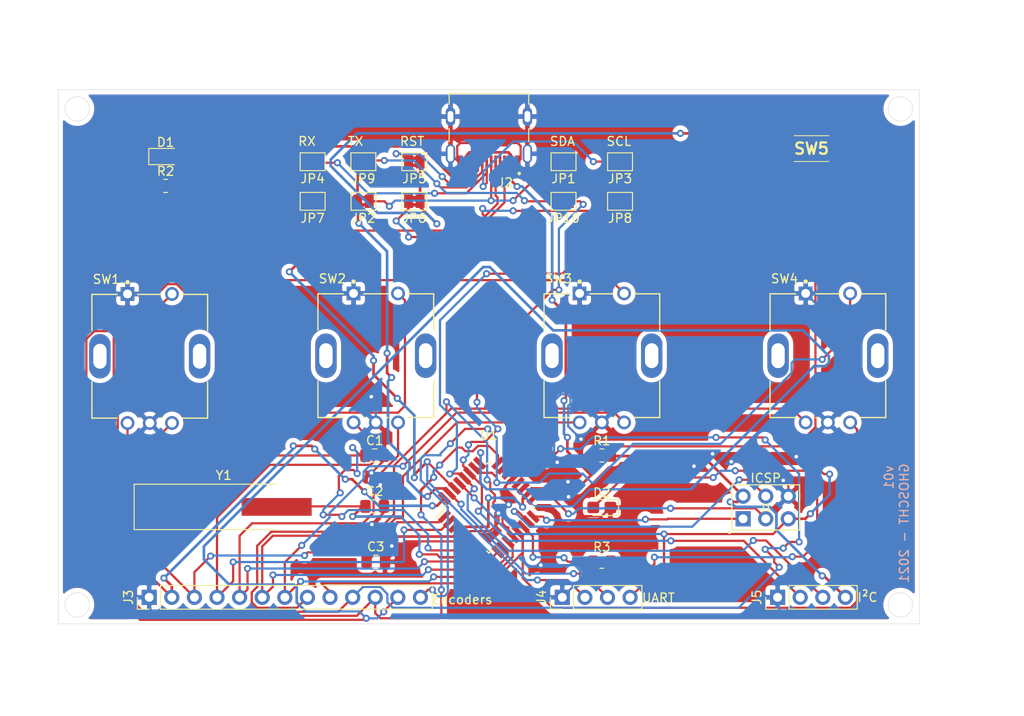
<source format=kicad_pcb>
(kicad_pcb (version 20171130) (host pcbnew "(5.1.10)-1")
  (title_block (title "LightControl Console") (date 2021-08-19) (rev v01) (comment 4 "Author: GHOSCHT"))
  (layers (0 F.Cu signal) (31 B.Cu signal) (34 B.Paste user) (35 F.Paste user) (36 B.SilkS user) (37 F.SilkS user) (38 B.Mask user) (39 F.Mask user) (44 Edge.Cuts user))
  (net 0 "")
  (net 1 "Net-(U1-Pad19)")
  (net 2 "Net-(U1-Pad20)")
  (net 3 "Net-(U1-Pad22)")
  (net 4 GND)
  (net 5 VCC)
  (net 6 XTAL1)
  (net 7 XTAL2)
  (net 8 "Net-(D1-Pad2)")
  (net 9 MOSI)
  (net 10 SCK)
  (net 11 MISO)
  (net 12 RST)
  (net 13 "Net-(J2-PadA6)")
  (net 14 "Net-(J2-PadB7)")
  (net 15 "Net-(J2-PadA5)")
  (net 16 "Net-(J2-PadB8)")
  (net 17 "Net-(J2-PadA7)")
  (net 18 "Net-(J2-PadB6)")
  (net 19 "Net-(J2-PadA8)")
  (net 20 "Net-(J2-PadB5)")
  (net 21 BTN4)
  (net 22 BTN3)
  (net 23 BTN2)
  (net 24 BTN1)
  (net 25 ENC4B)
  (net 26 ENC4A)
  (net 27 ENC3B)
  (net 28 ENC3A)
  (net 29 ENC2B)
  (net 30 ENC2A)
  (net 31 ENC1B)
  (net 32 ENC1A)
  (net 33 TX)
  (net 34 RX)
  (net 35 SDA)
  (net 36 SCL)
  (net 37 "Net-(D2-Pad2)")
  (net 38 LED)
  (net 39 "Net-(U1-Pad3)")
  (net 40 "Net-(U1-Pad6)")
  (module AVR-ISP:AVR-ISP (layer F.Cu) (at 177.3555 111.6965)
    (fp_text reference J1 (at 0 0) (layer F.SilkS) (effects (font (size 0.787402 0.787402))))
    (fp_text value AVR-ISP-6)
    (fp_text user ICSP (at 0 -3.302) (layer F.SilkS))
    (pad 6 thru_hole circle (at 2.54 -1.27) (size 1.7 1.7) (drill 1) (layers *.Cu *.Mask) (net 4 GND))
    (pad 5 thru_hole circle (at 2.54 1.27) (size 1.7 1.7) (drill 1) (layers *.Cu *.Mask) (net 12 RST))
    (pad 1 thru_hole rect (at -2.54 1.27) (size 1.7 1.7) (drill 1) (layers *.Cu *.Mask) (net 11 MISO))
    (pad 2 thru_hole circle (at -2.54 -1.27) (size 1.7 1.7) (drill 1) (layers *.Cu *.Mask) (net 5 VCC))
    (pad 3 thru_hole circle (at 0 1.27) (size 1.7 1.7) (drill 1) (layers *.Cu *.Mask) (net 10 SCK))
    (pad 4 thru_hole circle (at 0 -1.27) (size 1.7 1.7) (drill 1) (layers *.Cu *.Mask) (net 9 MOSI))
  )
  (module Crystal:Crystal_SMD_HC49-SD_HandSoldering (layer F.Cu) (at 116.459 111.633)
    (fp_text reference Y1 (at 0 -3.55) (layer F.SilkS))
    (fp_text value 16MHz)
    (pad 2 smd rect (at 5.9375 0) (size 7.875 2) (layers F.Cu F.Paste F.Mask) (net 7 XTAL2))
    (pad 1 smd rect (at -5.9375 0) (size 7.875 2) (layers F.Cu F.Paste F.Mask) (net 6 XTAL1))
  )
  (module Jumper:SolderJumper-2_P1.3mm_Open_Pad1.0x1.5mm (layer F.Cu) (at 154.6352 72.8472 180)
    (fp_text reference JP1 (at 0 -1.905) (layer F.SilkS))
    (fp_text value SolderJumper)
    (pad 1 smd rect (at -0.65 0 180) (size 1 1.5) (layers F.Cu F.Mask) (net 35 SDA))
    (pad 2 smd rect (at 0.65 0 180) (size 1 1.5) (layers F.Cu F.Mask) (net 13 "Net-(J2-PadA6)"))
  )
  (module HRO_TYPE-C-31-M-12:HRO_TYPE-C-31-M-12 (layer F.Cu) (at 146.2532 67.7672 180)
    (fp_text reference J2 (at -1.825 -7.435) (layer F.SilkS))
    (fp_text value TYPE-C-31-M-12)
    (pad A1B12 smd rect (at -3.25 -5.095 180) (size 0.6 1.45) (layers F.Cu F.Paste F.Mask) (net 4 GND))
    (pad A4B9 smd rect (at -2.45 -5.095 180) (size 0.6 1.45) (layers F.Cu F.Paste F.Mask) (net 5 VCC))
    (pad A6 smd rect (at -0.25 -5.095 180) (size 0.3 1.45) (layers F.Cu F.Paste F.Mask) (net 13 "Net-(J2-PadA6)"))
    (pad B7 smd rect (at -0.75 -5.095 180) (size 0.3 1.45) (layers F.Cu F.Paste F.Mask) (net 14 "Net-(J2-PadB7)"))
    (pad A5 smd rect (at -1.25 -5.095 180) (size 0.3 1.45) (layers F.Cu F.Paste F.Mask) (net 15 "Net-(J2-PadA5)"))
    (pad B8 smd rect (at -1.75 -5.095 180) (size 0.3 1.45) (layers F.Cu F.Paste F.Mask) (net 16 "Net-(J2-PadB8)"))
    (pad A7 smd rect (at 0.25 -5.095 180) (size 0.3 1.45) (layers F.Cu F.Paste F.Mask) (net 17 "Net-(J2-PadA7)"))
    (pad B6 smd rect (at 0.75 -5.095 180) (size 0.3 1.45) (layers F.Cu F.Paste F.Mask) (net 18 "Net-(J2-PadB6)"))
    (pad A8 smd rect (at 1.25 -5.095 180) (size 0.3 1.45) (layers F.Cu F.Paste F.Mask) (net 19 "Net-(J2-PadA8)"))
    (pad B5 smd rect (at 1.75 -5.095 180) (size 0.3 1.45) (layers F.Cu F.Paste F.Mask) (net 20 "Net-(J2-PadB5)"))
    (pad B4A9 smd rect (at 2.45 -5.095 180) (size 0.6 1.45) (layers F.Cu F.Paste F.Mask) (net 5 VCC))
    (pad B1A12 smd rect (at 3.25 -5.095 180) (size 0.6 1.45) (layers F.Cu F.Paste F.Mask) (net 4 GND))
    (pad S1 thru_hole oval (at -4.32 -4.18 180) (size 1.05 2.1) (drill oval 0.65 1.75) (layers *.Cu *.Mask) (net 4 GND))
    (pad S2 thru_hole oval (at 4.32 -4.18 180) (size 1.05 2.1) (drill oval 0.65 1.75) (layers *.Cu *.Mask) (net 4 GND))
    (pad S3 thru_hole oval (at -4.32 0 180) (size 1.05 2.1) (drill oval 0.65 1.25) (layers *.Cu *.Mask) (net 4 GND))
    (pad S4 thru_hole oval (at 4.32 0 180) (size 1.05 2.1) (drill oval 0.65 1.25) (layers *.Cu *.Mask) (net 4 GND))
    (pad None np_thru_hole circle (at -2.89 -3.65 180) (size 0.7 0.7) (drill 0.7) (layers *.Cu *.Mask))
    (pad None np_thru_hole circle (at 2.89 -3.65 180) (size 0.7 0.7) (drill 0.7) (layers *.Cu *.Mask))
  )
  (module Capacitor_SMD:C_0805_2012Metric_Pad1.18x1.45mm_HandSolder (layer F.Cu) (at 133.4135 105.8545)
    (fp_text reference C1 (at 0 -1.68) (layer F.SilkS))
    (fp_text value 22p)
    (pad 1 smd roundrect (at -1.0375 0) (size 1.175 1.45) (layers F.Cu F.Paste F.Mask) (roundrect_rratio 0.212766) (net 6 XTAL1))
    (pad 2 smd roundrect (at 1.0375 0) (size 1.175 1.45) (layers F.Cu F.Paste F.Mask) (roundrect_rratio 0.212766) (net 4 GND))
  )
  (module Capacitor_SMD:C_0805_2012Metric_Pad1.18x1.45mm_HandSolder (layer F.Cu) (at 133.4135 111.5695)
    (fp_text reference C2 (at 0 -1.68) (layer F.SilkS))
    (fp_text value 22p)
    (pad 2 smd roundrect (at 1.0375 0) (size 1.175 1.45) (layers F.Cu F.Paste F.Mask) (roundrect_rratio 0.212766) (net 4 GND))
    (pad 1 smd roundrect (at -1.0375 0) (size 1.175 1.45) (layers F.Cu F.Paste F.Mask) (roundrect_rratio 0.212766) (net 7 XTAL2))
  )
  (module Capacitor_SMD:C_0805_2012Metric_Pad1.18x1.45mm_HandSolder (layer F.Cu) (at 133.5405 117.7925)
    (fp_text reference C3 (at 0 -1.68) (layer F.SilkS))
    (fp_text value 100n)
    (pad 1 smd roundrect (at -1.0375 0) (size 1.175 1.45) (layers F.Cu F.Paste F.Mask) (roundrect_rratio 0.212766) (net 5 VCC))
    (pad 2 smd roundrect (at 1.0375 0) (size 1.175 1.45) (layers F.Cu F.Paste F.Mask) (roundrect_rratio 0.212766) (net 4 GND))
  )
  (module Jumper:SolderJumper-2_P1.3mm_Open_Pad1.0x1.5mm (layer F.Cu) (at 160.9852 72.8472 180)
    (fp_text reference JP3 (at 0 -1.905) (layer F.SilkS))
    (fp_text value SolderJumper)
    (pad 2 smd rect (at 0.65 0 180) (size 1 1.5) (layers F.Cu F.Mask) (net 17 "Net-(J2-PadA7)"))
    (pad 1 smd rect (at -0.65 0 180) (size 1 1.5) (layers F.Cu F.Mask) (net 36 SCL))
  )
  (module Jumper:SolderJumper-2_P1.3mm_Open_Pad1.0x1.5mm (layer F.Cu) (at 160.9852 77.2922)
    (fp_text reference JP8 (at 0 1.905) (layer F.SilkS))
    (fp_text value SolderJumper)
    (pad 2 smd rect (at 0.65 0) (size 1 1.5) (layers F.Cu F.Mask) (net 36 SCL))
    (pad 1 smd rect (at -0.65 0) (size 1 1.5) (layers F.Cu F.Mask) (net 14 "Net-(J2-PadB7)"))
  )
  (module Jumper:SolderJumper-2_P1.3mm_Open_Pad1.0x1.5mm (layer F.Cu) (at 154.6352 77.2922)
    (fp_text reference JP10 (at 0 1.905) (layer F.SilkS))
    (fp_text value SolderJumper)
    (pad 2 smd rect (at 0.65 0) (size 1 1.5) (layers F.Cu F.Mask) (net 35 SDA))
    (pad 1 smd rect (at -0.65 0) (size 1 1.5) (layers F.Cu F.Mask) (net 18 "Net-(J2-PadB6)"))
  )
  (module Resistor_SMD:R_0805_2012Metric_Pad1.20x1.40mm_HandSolder (layer F.Cu) (at 158.9405 105.8545)
    (fp_text reference R1 (at 0 -1.65) (layer F.SilkS))
    (fp_text value 10k)
    (pad 1 smd roundrect (at -1 0) (size 1.2 1.4) (layers F.Cu F.Paste F.Mask) (roundrect_rratio 0.208333) (net 12 RST))
    (pad 2 smd roundrect (at 1 0) (size 1.2 1.4) (layers F.Cu F.Paste F.Mask) (roundrect_rratio 0.208333) (net 5 VCC))
  )
  (module LED_SMD:LED_0805_2012Metric_Castellated (layer F.Cu) (at 109.9185 72.263)
    (fp_text reference D1 (at 0 -1.6) (layer F.SilkS))
    (fp_text value 17-21/BHC-XL2M2TY/3T)
    (pad 1 smd roundrect (at -0.9625 0) (size 1.325 1.3) (layers F.Cu F.Paste F.Mask) (roundrect_rratio 0.192308) (net 4 GND))
    (pad 2 smd roundrect (at 0.9625 0) (size 1.325 1.3) (layers F.Cu F.Paste F.Mask) (roundrect_rratio 0.192308) (net 8 "Net-(D1-Pad2)"))
  )
  (module Resistor_SMD:R_0805_2012Metric_Pad1.20x1.40mm_HandSolder (layer F.Cu) (at 109.9185 75.565)
    (fp_text reference R2 (at 0 -1.65) (layer F.SilkS))
    (fp_text value 200)
    (pad 1 smd roundrect (at -1 0) (size 1.2 1.4) (layers F.Cu F.Paste F.Mask) (roundrect_rratio 0.208333) (net 8 "Net-(D1-Pad2)"))
    (pad 2 smd roundrect (at 1 0) (size 1.2 1.4) (layers F.Cu F.Paste F.Mask) (roundrect_rratio 0.208333) (net 5 VCC))
  )
  (module Jumper:SolderJumper-2_P1.3mm_Bridged2Bar_Pad1.0x1.5mm (layer F.Cu) (at 132.1562 77.2922)
    (fp_text reference JP2 (at 0 1.905) (layer F.SilkS))
    (fp_text value SolderJumper_Bridged)
    (fp_poly (pts (xy -0.25 -0.6) (xy 0.25 -0.6) (xy 0.25 -0.2) (xy -0.25 -0.2)) (layer F.Cu) (width 0))
    (fp_poly (pts (xy -0.25 0.2) (xy 0.25 0.2) (xy 0.25 0.6) (xy -0.25 0.6)) (layer F.Cu) (width 0))
    (pad 2 smd rect (at 0.65 0) (size 1 1.5) (layers F.Cu F.Mask) (net 13 "Net-(J2-PadA6)"))
    (pad 1 smd rect (at -0.65 0) (size 1 1.5) (layers F.Cu F.Mask) (net 33 TX))
  )
  (module Jumper:SolderJumper-2_P1.3mm_Bridged2Bar_Pad1.0x1.5mm (layer F.Cu) (at 126.4412 72.8472)
    (fp_text reference JP4 (at 0 1.905) (layer F.SilkS))
    (fp_text value SolderJumper_Bridged)
    (fp_poly (pts (xy -0.25 0.2) (xy 0.25 0.2) (xy 0.25 0.6) (xy -0.25 0.6)) (layer F.Cu) (width 0))
    (fp_poly (pts (xy -0.25 -0.6) (xy 0.25 -0.6) (xy 0.25 -0.2) (xy -0.25 -0.2)) (layer F.Cu) (width 0))
    (pad 1 smd rect (at -0.65 0) (size 1 1.5) (layers F.Cu F.Mask) (net 34 RX))
    (pad 2 smd rect (at 0.65 0) (size 1 1.5) (layers F.Cu F.Mask) (net 17 "Net-(J2-PadA7)"))
  )
  (module Jumper:SolderJumper-2_P1.3mm_Bridged2Bar_Pad1.0x1.5mm (layer F.Cu) (at 137.8712 72.8472 180)
    (fp_text reference JP5 (at 0 -1.905) (layer F.SilkS))
    (fp_text value SolderJumper_Bridged)
    (fp_poly (pts (xy -0.25 -0.6) (xy 0.25 -0.6) (xy 0.25 -0.2) (xy -0.25 -0.2)) (layer F.Cu) (width 0))
    (fp_poly (pts (xy -0.25 0.2) (xy 0.25 0.2) (xy 0.25 0.6) (xy -0.25 0.6)) (layer F.Cu) (width 0))
    (pad 2 smd rect (at 0.65 0 180) (size 1 1.5) (layers F.Cu F.Mask) (net 19 "Net-(J2-PadA8)"))
    (pad 1 smd rect (at -0.65 0 180) (size 1 1.5) (layers F.Cu F.Mask) (net 12 RST))
  )
  (module Jumper:SolderJumper-2_P1.3mm_Bridged2Bar_Pad1.0x1.5mm (layer F.Cu) (at 137.8712 77.2922)
    (fp_text reference JP6 (at 0 1.905) (layer F.SilkS))
    (fp_text value SolderJumper_Bridged)
    (fp_poly (pts (xy -0.25 0.2) (xy 0.25 0.2) (xy 0.25 0.6) (xy -0.25 0.6)) (layer F.Cu) (width 0))
    (fp_poly (pts (xy -0.25 -0.6) (xy 0.25 -0.6) (xy 0.25 -0.2) (xy -0.25 -0.2)) (layer F.Cu) (width 0))
    (pad 1 smd rect (at -0.65 0) (size 1 1.5) (layers F.Cu F.Mask) (net 16 "Net-(J2-PadB8)"))
    (pad 2 smd rect (at 0.65 0) (size 1 1.5) (layers F.Cu F.Mask) (net 12 RST))
  )
  (module Jumper:SolderJumper-2_P1.3mm_Bridged2Bar_Pad1.0x1.5mm (layer F.Cu) (at 126.4412 77.2922 180)
    (fp_text reference JP7 (at 0 -1.905) (layer F.SilkS))
    (fp_text value SolderJumper_Bridged)
    (fp_poly (pts (xy -0.25 0.2) (xy 0.25 0.2) (xy 0.25 0.6) (xy -0.25 0.6)) (layer F.Cu) (width 0))
    (fp_poly (pts (xy -0.25 -0.6) (xy 0.25 -0.6) (xy 0.25 -0.2) (xy -0.25 -0.2)) (layer F.Cu) (width 0))
    (pad 1 smd rect (at -0.65 0 180) (size 1 1.5) (layers F.Cu F.Mask) (net 14 "Net-(J2-PadB7)"))
    (pad 2 smd rect (at 0.65 0 180) (size 1 1.5) (layers F.Cu F.Mask) (net 34 RX))
  )
  (module Jumper:SolderJumper-2_P1.3mm_Bridged2Bar_Pad1.0x1.5mm (layer F.Cu) (at 132.1412 72.8472 180)
    (fp_text reference JP9 (at 0 -1.905) (layer F.SilkS))
    (fp_text value SolderJumper_Bridged)
    (fp_poly (pts (xy -0.25 -0.6) (xy 0.25 -0.6) (xy 0.25 -0.2) (xy -0.25 -0.2)) (layer F.Cu) (width 0))
    (fp_poly (pts (xy -0.25 0.2) (xy 0.25 0.2) (xy 0.25 0.6) (xy -0.25 0.6)) (layer F.Cu) (width 0))
    (pad 2 smd rect (at 0.65 0 180) (size 1 1.5) (layers F.Cu F.Mask) (net 33 TX))
    (pad 1 smd rect (at -0.65 0 180) (size 1 1.5) (layers F.Cu F.Mask) (net 18 "Net-(J2-PadB6)"))
  )
  (module SKRKAEE020:SKRKAEE020 (layer F.Cu) (at 182.499 71.374)
    (fp_text reference SW5 (at 0 0) (layer F.SilkS) (effects (font (size 1.27 1.27) (thickness 0.254))))
    (fp_text value SW_Push hide)
    (pad 1 smd rect (at -2.1 0) (size 0.8 2) (layers F.Cu F.Paste F.Mask) (net 12 RST))
    (pad 2 smd rect (at 2.1 0) (size 0.8 2) (layers F.Cu F.Paste F.Mask) (net 4 GND))
  )
  (module LED_SMD:LED_0805_2012Metric_Castellated (layer F.Cu) (at 158.9405 111.6965 180)
    (fp_text reference D2 (at 0 1.651) (layer F.SilkS))
    (fp_text value 17-21/BHC-XL2M2TY/3T)
    (pad 1 smd roundrect (at -0.9625 0 180) (size 1.325 1.3) (layers F.Cu F.Paste F.Mask) (roundrect_rratio 0.192308) (net 4 GND))
    (pad 2 smd roundrect (at 0.9625 0 180) (size 1.325 1.3) (layers F.Cu F.Paste F.Mask) (roundrect_rratio 0.192308) (net 37 "Net-(D2-Pad2)"))
  )
  (module Resistor_SMD:R_0805_2012Metric_Pad1.20x1.40mm_HandSolder (layer F.Cu) (at 158.9405 117.7925 180)
    (fp_text reference R3 (at 0 1.651) (layer F.SilkS))
    (fp_text value 200)
    (pad 1 smd roundrect (at -1 0 180) (size 1.2 1.4) (layers F.Cu F.Paste F.Mask) (roundrect_rratio 0.208333) (net 37 "Net-(D2-Pad2)"))
    (pad 2 smd roundrect (at 1 0 180) (size 1.2 1.4) (layers F.Cu F.Paste F.Mask) (roundrect_rratio 0.208333) (net 38 LED))
  )
  (module Package_QFP:TQFP-32_7x7mm_P0.8mm (layer F.Cu) (at 146.2405 111.6965 45)
    (fp_text reference U1 (at 5.747364 -5.747364 180) (layer F.SilkS))
    (fp_text value ATmega328PB-AU)
    (pad 1 smd rect (at -4.25 -2.8 45) (size 1.6 0.55) (layers F.Cu F.Paste F.Mask) (net 31 ENC1B))
    (pad 2 smd rect (at -4.25 -2 45) (size 1.6 0.55) (layers F.Cu F.Paste F.Mask) (net 30 ENC2A))
    (pad 3 smd rect (at -4.25 -1.2 45) (size 1.6 0.55) (layers F.Cu F.Paste F.Mask) (net 39 "Net-(U1-Pad3)"))
    (pad 4 smd rect (at -4.25 -0.4 45) (size 1.6 0.55) (layers F.Cu F.Paste F.Mask) (net 5 VCC))
    (pad 5 smd rect (at -4.25 0.4 45) (size 1.6 0.55) (layers F.Cu F.Paste F.Mask) (net 4 GND))
    (pad 6 smd rect (at -4.25 1.2 45) (size 1.6 0.55) (layers F.Cu F.Paste F.Mask) (net 40 "Net-(U1-Pad6)"))
    (pad 7 smd rect (at -4.25 2 45) (size 1.6 0.55) (layers F.Cu F.Paste F.Mask) (net 6 XTAL1))
    (pad 8 smd rect (at -4.25 2.8 45) (size 1.6 0.55) (layers F.Cu F.Paste F.Mask) (net 7 XTAL2))
    (pad 9 smd rect (at -2.8 4.25 135) (size 1.6 0.55) (layers F.Cu F.Paste F.Mask) (net 29 ENC2B))
    (pad 10 smd rect (at -2 4.25 135) (size 1.6 0.55) (layers F.Cu F.Paste F.Mask) (net 28 ENC3A))
    (pad 11 smd rect (at -1.2 4.25 135) (size 1.6 0.55) (layers F.Cu F.Paste F.Mask) (net 27 ENC3B))
    (pad 12 smd rect (at -0.4 4.25 135) (size 1.6 0.55) (layers F.Cu F.Paste F.Mask) (net 26 ENC4A))
    (pad 13 smd rect (at 0.4 4.25 135) (size 1.6 0.55) (layers F.Cu F.Paste F.Mask) (net 25 ENC4B))
    (pad 14 smd rect (at 1.2 4.25 135) (size 1.6 0.55) (layers F.Cu F.Paste F.Mask) (net 38 LED))
    (pad 15 smd rect (at 2 4.25 135) (size 1.6 0.55) (layers F.Cu F.Paste F.Mask) (net 9 MOSI))
    (pad 16 smd rect (at 2.8 4.25 135) (size 1.6 0.55) (layers F.Cu F.Paste F.Mask) (net 11 MISO))
    (pad 17 smd rect (at 4.25 2.8 45) (size 1.6 0.55) (layers F.Cu F.Paste F.Mask) (net 10 SCK))
    (pad 18 smd rect (at 4.25 2 45) (size 1.6 0.55) (layers F.Cu F.Paste F.Mask) (net 5 VCC))
    (pad 19 smd rect (at 4.25 1.2 45) (size 1.6 0.55) (layers F.Cu F.Paste F.Mask) (net 1 "Net-(U1-Pad19)"))
    (pad 20 smd rect (at 4.25 0.4 45) (size 1.6 0.55) (layers F.Cu F.Paste F.Mask) (net 2 "Net-(U1-Pad20)"))
    (pad 21 smd rect (at 4.25 -0.4 45) (size 1.6 0.55) (layers F.Cu F.Paste F.Mask) (net 4 GND))
    (pad 22 smd rect (at 4.25 -1.2 45) (size 1.6 0.55) (layers F.Cu F.Paste F.Mask) (net 3 "Net-(U1-Pad22)"))
    (pad 23 smd rect (at 4.25 -2 45) (size 1.6 0.55) (layers F.Cu F.Paste F.Mask) (net 24 BTN1))
    (pad 24 smd rect (at 4.25 -2.8 45) (size 1.6 0.55) (layers F.Cu F.Paste F.Mask) (net 23 BTN2))
    (pad 25 smd rect (at 2.8 -4.25 135) (size 1.6 0.55) (layers F.Cu F.Paste F.Mask) (net 22 BTN3))
    (pad 26 smd rect (at 2 -4.25 135) (size 1.6 0.55) (layers F.Cu F.Paste F.Mask) (net 21 BTN4))
    (pad 27 smd rect (at 1.2 -4.25 135) (size 1.6 0.55) (layers F.Cu F.Paste F.Mask) (net 35 SDA))
    (pad 28 smd rect (at 0.4 -4.25 135) (size 1.6 0.55) (layers F.Cu F.Paste F.Mask) (net 36 SCL))
    (pad 29 smd rect (at -0.4 -4.25 135) (size 1.6 0.55) (layers F.Cu F.Paste F.Mask) (net 12 RST))
    (pad 30 smd rect (at -1.2 -4.25 135) (size 1.6 0.55) (layers F.Cu F.Paste F.Mask) (net 34 RX))
    (pad 31 smd rect (at -2 -4.25 135) (size 1.6 0.55) (layers F.Cu F.Paste F.Mask) (net 33 TX))
    (pad 32 smd rect (at -2.8 -4.25 135) (size 1.6 0.55) (layers F.Cu F.Paste F.Mask) (net 32 ENC1A))
  )
  (module Connector_PinHeader_2.54mm:PinHeader_1x13_P2.54mm_Vertical (layer F.Cu) (at 108.077 121.793 90)
    (fp_text reference J3 (at 0 -2.33 90) (layer F.SilkS))
    (fp_text value Conn_01x13)
    (pad 1 thru_hole rect (at 0 0 90) (size 1.7 1.7) (drill 1) (layers *.Cu *.Mask) (net 4 GND))
    (pad 2 thru_hole oval (at 0 2.54 90) (size 1.7 1.7) (drill 1) (layers *.Cu *.Mask) (net 32 ENC1A))
    (pad 3 thru_hole oval (at 0 5.08 90) (size 1.7 1.7) (drill 1) (layers *.Cu *.Mask) (net 31 ENC1B))
    (pad 4 thru_hole oval (at 0 7.62 90) (size 1.7 1.7) (drill 1) (layers *.Cu *.Mask) (net 30 ENC2A))
    (pad 5 thru_hole oval (at 0 10.16 90) (size 1.7 1.7) (drill 1) (layers *.Cu *.Mask) (net 29 ENC2B))
    (pad 6 thru_hole oval (at 0 12.7 90) (size 1.7 1.7) (drill 1) (layers *.Cu *.Mask) (net 28 ENC3A))
    (pad 7 thru_hole oval (at 0 15.24 90) (size 1.7 1.7) (drill 1) (layers *.Cu *.Mask) (net 27 ENC3B))
    (pad 8 thru_hole oval (at 0 17.78 90) (size 1.7 1.7) (drill 1) (layers *.Cu *.Mask) (net 26 ENC4A))
    (pad 9 thru_hole oval (at 0 20.32 90) (size 1.7 1.7) (drill 1) (layers *.Cu *.Mask) (net 25 ENC4B))
    (pad 10 thru_hole oval (at 0 22.86 90) (size 1.7 1.7) (drill 1) (layers *.Cu *.Mask) (net 24 BTN1))
    (pad 11 thru_hole oval (at 0 25.4 90) (size 1.7 1.7) (drill 1) (layers *.Cu *.Mask) (net 23 BTN2))
    (pad 12 thru_hole oval (at 0 27.94 90) (size 1.7 1.7) (drill 1) (layers *.Cu *.Mask) (net 22 BTN3))
    (pad 13 thru_hole oval (at 0 30.48 90) (size 1.7 1.7) (drill 1) (layers *.Cu *.Mask) (net 21 BTN4))
  )
  (module Connector_PinHeader_2.54mm:PinHeader_1x04_P2.54mm_Vertical (layer F.Cu) (at 154.4955 121.793 90)
    (fp_text reference J4 (at 0 -2.33 90) (layer F.SilkS))
    (fp_text value Conn_01x04)
    (pad 1 thru_hole rect (at 0 0 90) (size 1.7 1.7) (drill 1) (layers *.Cu *.Mask) (net 4 GND))
    (pad 2 thru_hole oval (at 0 2.54 90) (size 1.7 1.7) (drill 1) (layers *.Cu *.Mask) (net 34 RX))
    (pad 3 thru_hole oval (at 0 5.08 90) (size 1.7 1.7) (drill 1) (layers *.Cu *.Mask) (net 33 TX))
    (pad 4 thru_hole oval (at 0 7.62 90) (size 1.7 1.7) (drill 1) (layers *.Cu *.Mask) (net 12 RST))
  )
  (module Connector_PinHeader_2.54mm:PinHeader_1x04_P2.54mm_Vertical (layer F.Cu) (at 178.689 121.793 90)
    (fp_text reference J5 (at 0 -2.33 90) (layer F.SilkS))
    (fp_text value Conn_01x04)
    (pad 1 thru_hole rect (at 0 0 90) (size 1.7 1.7) (drill 1) (layers *.Cu *.Mask) (net 4 GND))
    (pad 2 thru_hole oval (at 0 2.54 90) (size 1.7 1.7) (drill 1) (layers *.Cu *.Mask) (net 35 SDA))
    (pad 3 thru_hole oval (at 0 5.08 90) (size 1.7 1.7) (drill 1) (layers *.Cu *.Mask) (net 36 SCL))
    (pad 4 thru_hole oval (at 0 7.62 90) (size 1.7 1.7) (drill 1) (layers *.Cu *.Mask) (net 5 VCC))
  )
  (module Bourns-PEC11R-4220F-S0012:Bourns-PEC11R-4220F-S0012-MFG (layer F.Cu) (at 108.1405 94.7039)
    (fp_text reference SW1 (at -6.5 -8.65) (layer F.SilkS) (effects (justify left)))
    (fp_text value PEC11R-4220F-S0012)
    (pad S1 thru_hole rect (at -2.5 -7) (size 1.55 1.55) (drill 1) (layers *.Cu *.Mask) (net 4 GND))
    (pad S2 thru_hole circle (at 2.5 -7) (size 1.55 1.55) (drill 1) (layers *.Cu *.Mask) (net 24 BTN1))
    (pad A thru_hole circle (at -2.5 7.5) (size 1.55 1.55) (drill 1) (layers *.Cu *.Mask) (net 32 ENC1A))
    (pad C thru_hole circle (at 0 7.5) (size 1.55 1.55) (drill 1) (layers *.Cu *.Mask) (net 4 GND))
    (pad B thru_hole circle (at 2.5 7.5) (size 1.55 1.55) (drill 1) (layers *.Cu *.Mask) (net 31 ENC1B))
    (pad 3 thru_hole roundrect (at -5.6 0) (size 2.4 5) (drill oval 1.5 2.8) (layers *.Cu *.Mask) (roundrect_rratio 0.5))
    (pad 4 thru_hole roundrect (at 5.6 0) (size 2.4 5) (drill oval 1.5 2.8) (layers *.Cu *.Mask) (roundrect_rratio 0.5))
  )
  (module Bourns-PEC11R-4220F-S0012:Bourns-PEC11R-4220F-S0012-MFG (layer F.Cu) (at 133.5405 94.6404)
    (fp_text reference SW2 (at -6.5 -8.65) (layer F.SilkS) (effects (justify left)))
    (fp_text value PEC11R-4220F-S0012)
    (pad 4 thru_hole roundrect (at 5.6 0) (size 2.4 5) (drill oval 1.5 2.8) (layers *.Cu *.Mask) (roundrect_rratio 0.5))
    (pad 3 thru_hole roundrect (at -5.6 0) (size 2.4 5) (drill oval 1.5 2.8) (layers *.Cu *.Mask) (roundrect_rratio 0.5))
    (pad B thru_hole circle (at 2.5 7.5) (size 1.55 1.55) (drill 1) (layers *.Cu *.Mask) (net 29 ENC2B))
    (pad C thru_hole circle (at 0 7.5) (size 1.55 1.55) (drill 1) (layers *.Cu *.Mask) (net 4 GND))
    (pad A thru_hole circle (at -2.5 7.5) (size 1.55 1.55) (drill 1) (layers *.Cu *.Mask) (net 30 ENC2A))
    (pad S2 thru_hole circle (at 2.5 -7) (size 1.55 1.55) (drill 1) (layers *.Cu *.Mask) (net 23 BTN2))
    (pad S1 thru_hole rect (at -2.5 -7) (size 1.55 1.55) (drill 1) (layers *.Cu *.Mask) (net 4 GND))
  )
  (module Bourns-PEC11R-4220F-S0012:Bourns-PEC11R-4220F-S0012-MFG (layer F.Cu) (at 158.9405 94.6404)
    (fp_text reference SW3 (at -6.5 -8.65) (layer F.SilkS) (effects (justify left)))
    (fp_text value PEC11R-4220F-S0012)
    (pad S1 thru_hole rect (at -2.5 -7) (size 1.55 1.55) (drill 1) (layers *.Cu *.Mask) (net 4 GND))
    (pad S2 thru_hole circle (at 2.5 -7) (size 1.55 1.55) (drill 1) (layers *.Cu *.Mask) (net 22 BTN3))
    (pad A thru_hole circle (at -2.5 7.5) (size 1.55 1.55) (drill 1) (layers *.Cu *.Mask) (net 28 ENC3A))
    (pad C thru_hole circle (at 0 7.5) (size 1.55 1.55) (drill 1) (layers *.Cu *.Mask) (net 4 GND))
    (pad B thru_hole circle (at 2.5 7.5) (size 1.55 1.55) (drill 1) (layers *.Cu *.Mask) (net 27 ENC3B))
    (pad 3 thru_hole roundrect (at -5.6 0) (size 2.4 5) (drill oval 1.5 2.8) (layers *.Cu *.Mask) (roundrect_rratio 0.5))
    (pad 4 thru_hole roundrect (at 5.6 0) (size 2.4 5) (drill oval 1.5 2.8) (layers *.Cu *.Mask) (roundrect_rratio 0.5))
  )
  (module Bourns-PEC11R-4220F-S0012:Bourns-PEC11R-4220F-S0012-MFG (layer F.Cu) (at 184.3405 94.6404)
    (fp_text reference SW4 (at -6.5 -8.65) (layer F.SilkS) (effects (justify left)))
    (fp_text value PEC11R-4220F-S0012)
    (pad 4 thru_hole roundrect (at 5.6 0) (size 2.4 5) (drill oval 1.5 2.8) (layers *.Cu *.Mask) (roundrect_rratio 0.5))
    (pad 3 thru_hole roundrect (at -5.6 0) (size 2.4 5) (drill oval 1.5 2.8) (layers *.Cu *.Mask) (roundrect_rratio 0.5))
    (pad B thru_hole circle (at 2.5 7.5) (size 1.55 1.55) (drill 1) (layers *.Cu *.Mask) (net 25 ENC4B))
    (pad C thru_hole circle (at 0 7.5) (size 1.55 1.55) (drill 1) (layers *.Cu *.Mask) (net 4 GND))
    (pad A thru_hole circle (at -2.5 7.5) (size 1.55 1.55) (drill 1) (layers *.Cu *.Mask) (net 26 ENC4A))
    (pad S2 thru_hole circle (at 2.5 -7) (size 1.55 1.55) (drill 1) (layers *.Cu *.Mask) (net 21 BTN4))
    (pad S1 thru_hole rect (at -2.5 -7) (size 1.55 1.55) (drill 1) (layers *.Cu *.Mask) (net 4 GND))
  )
  (gr_text Encoders (at 143.256 122.047) (layer F.SilkS) (effects (font (size 1 1))))
  (gr_text UART (at 165.2905 121.8565) (layer F.SilkS) (effects (font (size 1 1))))
  (gr_text I²C (at 188.7855 121.793) (layer F.SilkS) (effects (font (size 1 1))))
  (gr_text "GHOSCHT - 2021" (at 192.913 113.4745 90) (layer B.SilkS) (effects (font (size 1 1)) (justify mirror)))
  (gr_text v01 (at 191.1985 108.331 90) (layer B.SilkS) (effects (font (size 1 1)) (justify mirror)))
  (gr_line (start 194.6275 64.77) (end 194.6275 124.7775) (layer Edge.Cuts) (width 0.05))
  (gr_line (start 97.8535 64.77) (end 97.8535 124.7775) (layer Edge.Cuts) (width 0.05))
  (gr_circle (center 192.4905 66.909) (end 193.8655 66.909) (layer Edge.Cuts) (width 0.05))
  (gr_circle (center 99.9905 66.907) (end 101.3655 66.907) (layer Edge.Cuts) (width 0.05))
  (gr_circle (center 99.9905 122.6405) (end 101.3655 122.6405) (layer Edge.Cuts) (width 0.05))
  (gr_circle (center 192.4885 122.6335) (end 193.8635 122.6335) (layer Edge.Cuts) (width 0.05))
  (gr_line (start 194.6275 64.77) (end 97.8535 64.77) (layer Edge.Cuts) (width 0.05))
  (gr_line (start 97.8535 124.7775) (end 194.6275 124.7775) (layer Edge.Cuts) (width 0.05))
  (gr_text RST (at 137.6172 70.5612) (layer F.SilkS) (effects (font (size 1 1))))
  (gr_text TX (at 131.2672 70.5612) (layer F.SilkS) (effects (font (size 1 1))))
  (gr_text RX (at 125.8062 70.5612) (layer F.SilkS) (effects (font (size 1 1))))
  (gr_text SCL (at 160.8582 70.5612) (layer F.SilkS) (effects (font (size 1 1))))
  (gr_text SDA (at 154.5082 70.5612) (layer F.SilkS) (effects (font (size 1 1))))
  (segment (start 149.818201 71.093199) (end 149.818201 72.547199) (width 0.25) (layer F.Cu) (net 4))
  (segment (start 149.467201 70.742199) (end 149.818201 71.093199) (width 0.25) (layer F.Cu) (net 4))
  (segment (start 143.039199 70.742199) (end 149.467201 70.742199) (width 0.25) (layer F.Cu) (net 4))
  (segment (start 142.688199 71.093199) (end 143.039199 70.742199) (width 0.25) (layer F.Cu) (net 4))
  (segment (start 142.688199 72.327799) (end 142.688199 71.093199) (width 0.25) (layer F.Cu) (net 4))
  (segment (start 143.0032 72.6428) (end 142.688199 72.327799) (width 0.25) (layer F.Cu) (net 4))
  (segment (start 149.818201 72.547199) (end 149.5032 72.8622) (width 0.25) (layer F.Cu) (net 4))
  (segment (start 143.0032 72.8622) (end 143.0032 72.6428) (width 0.25) (layer F.Cu) (net 4))
  (segment (start 143.518139 114.984547) (end 142.985687 115.516999) (width 0.25) (layer F.Cu) (net 4))
  (segment (start 136.866489 115.504011) (end 134.578 117.7925) (width 0.25) (layer F.Cu) (net 4))
  (segment (start 142.998675 115.504011) (end 136.866489 115.504011) (width 0.25) (layer F.Cu) (net 4))
  (segment (start 143.518139 114.984547) (end 142.998675 115.504011) (width 0.25) (layer F.Cu) (net 4))
  (via (at 135.330081 116.026081) (size 0.8) (drill 0.4) (layers F.Cu B.Cu) (net 4))
  (segment (start 134.578 116.778162) (end 135.330081 116.026081) (width 0.25) (layer F.Cu) (net 4))
  (segment (start 134.578 117.7925) (end 134.578 116.778162) (width 0.25) (layer F.Cu) (net 4))
  (via (at 133.096 113.6015) (size 0.8) (drill 0.4) (layers F.Cu B.Cu) (net 4))
  (segment (start 133.096 113.792) (end 133.096 113.6015) (width 0.25) (layer B.Cu) (net 4))
  (segment (start 135.330081 116.026081) (end 133.096 113.792) (width 0.25) (layer B.Cu) (net 4))
  (segment (start 134.451 112.2465) (end 134.451 111.5695) (width 0.25) (layer F.Cu) (net 4))
  (segment (start 133.096 113.6015) (end 134.451 112.2465) (width 0.25) (layer F.Cu) (net 4))
  (segment (start 134.451 109.559) (end 134.0485 109.1565) (width 0.25) (layer F.Cu) (net 4))
  (via (at 134.0485 109.1565) (size 0.8) (drill 0.4) (layers F.Cu B.Cu) (net 4))
  (segment (start 134.451 111.5695) (end 134.451 109.559) (width 0.25) (layer F.Cu) (net 4))
  (via (at 133.053342 107.811464) (size 0.8) (drill 0.4) (layers F.Cu B.Cu) (net 4))
  (segment (start 134.0485 108.806622) (end 133.053342 107.811464) (width 0.25) (layer B.Cu) (net 4))
  (segment (start 134.0485 109.1565) (end 134.0485 108.806622) (width 0.25) (layer B.Cu) (net 4))
  (segment (start 134.451 106.413806) (end 134.451 105.8545) (width 0.25) (layer F.Cu) (net 4))
  (segment (start 133.053342 107.811464) (end 134.451 106.413806) (width 0.25) (layer F.Cu) (net 4))
  (via (at 179.324 108.6485) (size 0.8) (drill 0.4) (layers F.Cu B.Cu) (net 4))
  (segment (start 179.8955 109.22) (end 179.324 108.6485) (width 0.25) (layer F.Cu) (net 4))
  (segment (start 179.8955 110.4265) (end 179.8955 109.22) (width 0.25) (layer F.Cu) (net 4))
  (via (at 173.482 106.553) (size 0.8) (drill 0.4) (layers F.Cu B.Cu) (net 4))
  (segment (start 177.2285 106.553) (end 173.482 106.553) (width 0.25) (layer B.Cu) (net 4))
  (segment (start 179.324 108.6485) (end 177.2285 106.553) (width 0.25) (layer B.Cu) (net 4))
  (via (at 169.291 107.061) (size 0.8) (drill 0.4) (layers F.Cu B.Cu) (net 4))
  (segment (start 160.98781 107.061) (end 169.291 107.061) (width 0.25) (layer F.Cu) (net 4))
  (via (at 171.3865 105.664) (size 0.8) (drill 0.4) (layers F.Cu B.Cu) (net 4))
  (segment (start 169.9895 107.061) (end 171.3865 105.664) (width 0.25) (layer B.Cu) (net 4))
  (segment (start 169.291 107.061) (end 169.9895 107.061) (width 0.25) (layer B.Cu) (net 4))
  (segment (start 172.593 105.664) (end 173.482 106.553) (width 0.25) (layer F.Cu) (net 4))
  (segment (start 171.3865 105.664) (end 172.593 105.664) (width 0.25) (layer F.Cu) (net 4))
  (segment (start 142.8482 72.8622) (end 141.9332 71.9472) (width 0.25) (layer F.Cu) (net 4))
  (segment (start 143.0032 72.8622) (end 142.8482 72.8622) (width 0.25) (layer F.Cu) (net 4))
  (segment (start 134.451 103.0509) (end 134.451 105.8545) (width 0.25) (layer F.Cu) (net 4))
  (segment (start 133.5405 102.1404) (end 134.451 103.0509) (width 0.25) (layer F.Cu) (net 4))
  (via (at 133.0325 99.2505) (size 0.8) (drill 0.4) (layers F.Cu B.Cu) (net 4))
  (segment (start 133.5405 99.7585) (end 133.0325 99.2505) (width 0.25) (layer B.Cu) (net 4))
  (segment (start 133.5405 102.1404) (end 133.5405 99.7585) (width 0.25) (layer B.Cu) (net 4))
  (segment (start 131.0405 97.2585) (end 131.0405 87.6404) (width 0.25) (layer F.Cu) (net 4))
  (segment (start 133.0325 99.2505) (end 131.0405 97.2585) (width 0.25) (layer F.Cu) (net 4))
  (via (at 180.7845 105.9815) (size 0.8) (drill 0.4) (layers F.Cu B.Cu) (net 4))
  (segment (start 174.0535 105.9815) (end 173.482 106.553) (width 0.25) (layer F.Cu) (net 4))
  (segment (start 180.7845 105.9815) (end 174.0535 105.9815) (width 0.25) (layer F.Cu) (net 4))
  (segment (start 180.7845 105.6964) (end 180.7845 105.9815) (width 0.25) (layer B.Cu) (net 4))
  (segment (start 184.3405 102.1404) (end 180.7845 105.6964) (width 0.25) (layer B.Cu) (net 4))
  (segment (start 154.208444 107.888989) (end 155.1305 108.811045) (width 0.25) (layer F.Cu) (net 4))
  (via (at 155.1305 108.811045) (size 0.8) (drill 0.4) (layers F.Cu B.Cu) (net 4))
  (segment (start 148.962861 108.408453) (end 149.482325 107.888989) (width 0.25) (layer F.Cu) (net 4))
  (via (at 155.194 110.49) (size 0.8) (drill 0.4) (layers F.Cu B.Cu) (net 4))
  (segment (start 155.1305 110.4265) (end 155.194 110.49) (width 0.25) (layer B.Cu) (net 4))
  (segment (start 155.1305 108.811045) (end 155.1305 110.4265) (width 0.25) (layer B.Cu) (net 4))
  (segment (start 157.55881 110.49) (end 155.194 110.49) (width 0.25) (layer F.Cu) (net 4))
  (segment (start 160.98781 107.061) (end 157.55881 110.49) (width 0.25) (layer F.Cu) (net 4))
  (segment (start 185.115499 90.915399) (end 181.8405 87.6404) (width 0.25) (layer B.Cu) (net 4))
  (segment (start 185.115499 101.365401) (end 185.115499 90.915399) (width 0.25) (layer B.Cu) (net 4))
  (segment (start 184.3405 102.1404) (end 185.115499 101.365401) (width 0.25) (layer B.Cu) (net 4))
  (via (at 147.324653 112.326847) (size 0.8) (drill 0.4) (layers F.Cu B.Cu) (net 4))
  (segment (start 147.324653 113.395996) (end 147.324653 112.326847) (width 0.25) (layer F.Cu) (net 4))
  (segment (start 146.371242 114.349407) (end 147.324653 113.395996) (width 0.25) (layer F.Cu) (net 4))
  (segment (start 144.153279 114.349407) (end 146.371242 114.349407) (width 0.25) (layer F.Cu) (net 4))
  (segment (start 143.518139 114.984547) (end 144.153279 114.349407) (width 0.25) (layer F.Cu) (net 4))
  (via (at 148.463113 111.367) (size 0.8) (drill 0.4) (layers F.Cu B.Cu) (net 4))
  (segment (start 147.503266 112.326847) (end 148.463113 111.367) (width 0.25) (layer B.Cu) (net 4))
  (segment (start 147.324653 112.326847) (end 147.503266 112.326847) (width 0.25) (layer B.Cu) (net 4))
  (segment (start 148.063114 109.3082) (end 148.962861 108.408453) (width 0.25) (layer F.Cu) (net 4))
  (segment (start 148.063114 110.967001) (end 148.063114 109.3082) (width 0.25) (layer F.Cu) (net 4))
  (segment (start 148.463113 111.367) (end 148.063114 110.967001) (width 0.25) (layer F.Cu) (net 4))
  (via (at 156.591 104.013) (size 0.8) (drill 0.4) (layers F.Cu B.Cu) (net 4))
  (segment (start 157.0679 104.013) (end 156.591 104.013) (width 0.25) (layer F.Cu) (net 4))
  (segment (start 158.9405 102.1404) (end 157.0679 104.013) (width 0.25) (layer F.Cu) (net 4))
  (segment (start 153.579999 106.272499) (end 153.924 106.6165) (width 0.25) (layer B.Cu) (net 4))
  (segment (start 153.579999 99.727999) (end 153.579999 106.272499) (width 0.25) (layer B.Cu) (net 4))
  (segment (start 154.337999 98.969999) (end 153.579999 99.727999) (width 0.25) (layer B.Cu) (net 4))
  (segment (start 155.034001 98.969999) (end 154.337999 98.969999) (width 0.25) (layer B.Cu) (net 4))
  (segment (start 155.411001 99.346999) (end 155.034001 98.969999) (width 0.25) (layer B.Cu) (net 4))
  (via (at 153.924 106.6165) (size 0.8) (drill 0.4) (layers F.Cu B.Cu) (net 4))
  (segment (start 155.411001 100.043001) (end 155.411001 99.346999) (width 0.25) (layer B.Cu) (net 4))
  (segment (start 155.16101 100.292992) (end 155.411001 100.043001) (width 0.25) (layer B.Cu) (net 4))
  (segment (start 155.16101 102.58301) (end 155.16101 100.292992) (width 0.25) (layer B.Cu) (net 4))
  (segment (start 156.591 104.013) (end 155.16101 102.58301) (width 0.25) (layer B.Cu) (net 4))
  (segment (start 152.651511 107.888989) (end 151.894489 107.888989) (width 0.25) (layer F.Cu) (net 4))
  (segment (start 153.924 106.6165) (end 152.651511 107.888989) (width 0.25) (layer F.Cu) (net 4))
  (segment (start 151.894489 107.888989) (end 154.208444 107.888989) (width 0.25) (layer F.Cu) (net 4))
  (segment (start 149.482325 107.888989) (end 151.894489 107.888989) (width 0.25) (layer F.Cu) (net 4))
  (segment (start 155.194 111.055685) (end 155.194 110.49) (width 0.25) (layer F.Cu) (net 4))
  (segment (start 156.809825 112.67151) (end 155.194 111.055685) (width 0.25) (layer F.Cu) (net 4))
  (segment (start 158.92799 112.67151) (end 156.809825 112.67151) (width 0.25) (layer F.Cu) (net 4))
  (segment (start 159.903 111.6965) (end 158.92799 112.67151) (width 0.25) (layer F.Cu) (net 4))
  (segment (start 155.886002 118.1735) (end 152.0825 118.1735) (width 0.25) (layer B.Cu) (net 4))
  (via (at 152.0825 118.1735) (size 0.8) (drill 0.4) (layers F.Cu B.Cu) (net 4))
  (segment (start 156.490501 118.777999) (end 155.886002 118.1735) (width 0.25) (layer B.Cu) (net 4))
  (segment (start 156.490501 119.797999) (end 156.490501 118.777999) (width 0.25) (layer B.Cu) (net 4))
  (segment (start 154.4955 121.793) (end 156.490501 119.797999) (width 0.25) (layer B.Cu) (net 4))
  (segment (start 152.0825 118.1735) (end 156.972 113.284) (width 0.25) (layer F.Cu) (net 4))
  (segment (start 156.972 112.833685) (end 156.809825 112.67151) (width 0.25) (layer F.Cu) (net 4))
  (segment (start 156.972 113.284) (end 156.972 112.833685) (width 0.25) (layer F.Cu) (net 4))
  (segment (start 143.8032 73.8872) (end 143.753199 73.937201) (width 0.3) (layer F.Cu) (net 5))
  (segment (start 143.8032 72.8622) (end 143.8032 73.8872) (width 0.3) (layer F.Cu) (net 5))
  (segment (start 144.073199 71.787199) (end 143.8032 72.057198) (width 0.3) (layer F.Cu) (net 5))
  (segment (start 148.433201 71.787199) (end 144.073199 71.787199) (width 0.3) (layer F.Cu) (net 5))
  (segment (start 143.8032 72.057198) (end 143.8032 72.8622) (width 0.3) (layer F.Cu) (net 5))
  (segment (start 148.7032 72.057198) (end 148.433201 71.787199) (width 0.3) (layer F.Cu) (net 5))
  (segment (start 148.7032 72.8622) (end 148.7032 72.057198) (width 0.3) (layer F.Cu) (net 5))
  (segment (start 135.332174 114.963326) (end 132.503 117.7925) (width 0.3) (layer F.Cu) (net 5))
  (segment (start 142.407988 114.963326) (end 135.332174 114.963326) (width 0.3) (layer F.Cu) (net 5))
  (segment (start 142.952453 114.418861) (end 142.407988 114.963326) (width 0.3) (layer F.Cu) (net 5))
  (segment (start 151.204382 109.561045) (end 156.233955 109.561045) (width 0.3) (layer F.Cu) (net 5))
  (segment (start 150.659917 110.10551) (end 151.204382 109.561045) (width 0.3) (layer F.Cu) (net 5))
  (segment (start 110.9185 75.565) (end 115.3635 71.12) (width 0.3) (layer F.Cu) (net 5))
  (segment (start 138.674002 71.12) (end 142.357002 74.803) (width 0.3) (layer F.Cu) (net 5))
  (segment (start 115.3635 71.12) (end 138.674002 71.12) (width 0.3) (layer F.Cu) (net 5))
  (segment (start 142.8874 74.803) (end 143.8032 73.8872) (width 0.3) (layer F.Cu) (net 5))
  (segment (start 142.357002 74.803) (end 142.8874 74.803) (width 0.3) (layer F.Cu) (net 5))
  (segment (start 174.8155 110.4265) (end 170.307 105.918) (width 0.3) (layer F.Cu) (net 5))
  (segment (start 160.004 105.918) (end 159.9405 105.8545) (width 0.3) (layer F.Cu) (net 5))
  (segment (start 170.307 105.918) (end 160.004 105.918) (width 0.3) (layer F.Cu) (net 5))
  (via (at 183.7055 119.38) (size 0.8) (drill 0.4) (layers F.Cu B.Cu) (net 5))
  (segment (start 183.896 119.38) (end 183.7055 119.38) (width 0.3) (layer F.Cu) (net 5))
  (segment (start 186.309 121.793) (end 183.896 119.38) (width 0.3) (layer F.Cu) (net 5))
  (via (at 173.355 111.066499) (size 0.8) (drill 0.4) (layers F.Cu B.Cu) (net 5))
  (segment (start 173.915002 111.626501) (end 173.355 111.066499) (width 0.3) (layer B.Cu) (net 5))
  (segment (start 177.791503 111.626501) (end 173.915002 111.626501) (width 0.3) (layer B.Cu) (net 5))
  (segment (start 178.555501 112.390499) (end 177.791503 111.626501) (width 0.3) (layer B.Cu) (net 5))
  (segment (start 178.555501 114.230001) (end 178.555501 112.390499) (width 0.3) (layer B.Cu) (net 5))
  (segment (start 183.7055 119.38) (end 178.555501 114.230001) (width 0.3) (layer B.Cu) (net 5))
  (segment (start 174.175501 111.066499) (end 174.8155 110.4265) (width 0.3) (layer F.Cu) (net 5))
  (segment (start 173.355 111.066499) (end 174.175501 111.066499) (width 0.3) (layer F.Cu) (net 5))
  (via (at 149.417357 75.629542) (size 0.8) (drill 0.4) (layers F.Cu B.Cu) (net 5))
  (segment (start 148.7032 74.915385) (end 149.417357 75.629542) (width 0.3) (layer F.Cu) (net 5))
  (segment (start 148.7032 72.8622) (end 148.7032 74.915385) (width 0.3) (layer F.Cu) (net 5))
  (via (at 153.3525 88.392) (size 0.8) (drill 0.4) (layers F.Cu B.Cu) (net 5))
  (segment (start 153.3525 78.999) (end 153.3525 88.392) (width 0.3) (layer B.Cu) (net 5))
  (segment (start 149.983042 75.629542) (end 153.3525 78.999) (width 0.3) (layer B.Cu) (net 5))
  (segment (start 149.417357 75.629542) (end 149.983042 75.629542) (width 0.3) (layer B.Cu) (net 5))
  (via (at 154.686 99.695) (size 0.8) (drill 0.4) (layers F.Cu B.Cu) (net 5))
  (segment (start 154.890511 99.490489) (end 154.686 99.695) (width 0.3) (layer F.Cu) (net 5))
  (segment (start 154.890511 89.930011) (end 154.890511 99.490489) (width 0.3) (layer F.Cu) (net 5))
  (segment (start 153.3525 88.392) (end 154.890511 89.930011) (width 0.3) (layer F.Cu) (net 5))
  (segment (start 154.686 103.4415) (end 155.067 103.8225) (width 0.3) (layer B.Cu) (net 5))
  (via (at 155.067 103.8225) (size 0.8) (drill 0.4) (layers F.Cu B.Cu) (net 5))
  (segment (start 154.686 99.695) (end 154.686 103.4415) (width 0.3) (layer B.Cu) (net 5))
  (segment (start 155.067 105.41) (end 157.726 108.069) (width 0.3) (layer F.Cu) (net 5))
  (segment (start 155.067 103.8225) (end 155.067 105.41) (width 0.3) (layer F.Cu) (net 5))
  (segment (start 157.726 108.069) (end 159.9405 105.8545) (width 0.3) (layer F.Cu) (net 5))
  (segment (start 156.233955 109.561045) (end 157.726 108.069) (width 0.3) (layer F.Cu) (net 5))
  (segment (start 143.496917 113.874397) (end 142.952453 114.418861) (width 0.3) (layer F.Cu) (net 5))
  (segment (start 144.925103 113.874397) (end 143.496917 113.874397) (width 0.3) (layer F.Cu) (net 5))
  (via (at 146.186096 110.617) (size 0.8) (drill 0.4) (layers F.Cu B.Cu) (net 5))
  (segment (start 146.186096 113.862788) (end 146.186096 110.617) (width 0.3) (layer F.Cu) (net 5))
  (segment (start 146.174487 113.874397) (end 146.186096 113.862788) (width 0.3) (layer F.Cu) (net 5))
  (segment (start 144.925103 113.874397) (end 146.174487 113.874397) (width 0.3) (layer F.Cu) (net 5))
  (via (at 150.041974 111.644241) (size 0.8) (drill 0.4) (layers F.Cu B.Cu) (net 5))
  (segment (start 149.014733 110.617) (end 150.041974 111.644241) (width 0.3) (layer B.Cu) (net 5))
  (segment (start 146.186096 110.617) (end 149.014733 110.617) (width 0.3) (layer B.Cu) (net 5))
  (segment (start 150.041974 110.723453) (end 150.659917 110.10551) (width 0.3) (layer F.Cu) (net 5))
  (segment (start 150.041974 111.644241) (end 150.041974 110.723453) (width 0.3) (layer F.Cu) (net 5))
  (segment (start 116.3 105.8545) (end 132.376 105.8545) (width 0.25) (layer F.Cu) (net 6))
  (segment (start 110.5215 111.633) (end 116.3 105.8545) (width 0.25) (layer F.Cu) (net 6))
  (via (at 130.937 104.9655) (size 0.8) (drill 0.4) (layers F.Cu B.Cu) (net 6))
  (segment (start 131.826 105.8545) (end 130.937 104.9655) (width 0.25) (layer F.Cu) (net 6))
  (segment (start 132.376 105.8545) (end 131.826 105.8545) (width 0.25) (layer F.Cu) (net 6))
  (via (at 131.445 107.8865) (size 0.8) (drill 0.4) (layers F.Cu B.Cu) (net 6))
  (segment (start 131.445 105.4735) (end 131.445 107.8865) (width 0.25) (layer B.Cu) (net 6))
  (segment (start 130.937 104.9655) (end 131.445 105.4735) (width 0.25) (layer B.Cu) (net 6))
  (via (at 129.54 110.0455) (size 0.8) (drill 0.4) (layers F.Cu B.Cu) (net 6))
  (segment (start 129.386499 109.891999) (end 129.54 110.0455) (width 0.25) (layer F.Cu) (net 6))
  (segment (start 129.386499 108.173499) (end 129.386499 109.891999) (width 0.25) (layer F.Cu) (net 6))
  (segment (start 130.073497 107.486501) (end 129.386499 108.173499) (width 0.25) (layer F.Cu) (net 6))
  (segment (start 131.045001 107.486501) (end 130.073497 107.486501) (width 0.25) (layer F.Cu) (net 6))
  (segment (start 131.445 107.8865) (end 131.045001 107.486501) (width 0.25) (layer F.Cu) (net 6))
  (via (at 127.630347 112.517347) (size 0.8) (drill 0.4) (layers F.Cu B.Cu) (net 6))
  (segment (start 127.630347 111.955153) (end 127.630347 112.517347) (width 0.25) (layer B.Cu) (net 6))
  (segment (start 129.54 110.0455) (end 127.630347 111.955153) (width 0.25) (layer B.Cu) (net 6))
  (via (at 129.7305 112.7125) (size 0.8) (drill 0.4) (layers F.Cu B.Cu) (net 6))
  (segment (start 129.535347 112.517347) (end 129.7305 112.7125) (width 0.25) (layer F.Cu) (net 6))
  (segment (start 127.630347 112.517347) (end 129.535347 112.517347) (width 0.25) (layer F.Cu) (net 6))
  (segment (start 130.455501 111.987499) (end 136.561999 111.987499) (width 0.25) (layer B.Cu) (net 6))
  (segment (start 129.7305 112.7125) (end 130.455501 111.987499) (width 0.25) (layer B.Cu) (net 6))
  (segment (start 136.561999 111.987499) (end 136.688999 111.987499) (width 0.25) (layer B.Cu) (net 6))
  (via (at 139.400145 116.242) (size 0.8) (drill 0.4) (layers F.Cu B.Cu) (net 6))
  (segment (start 139.400145 114.698645) (end 139.400145 116.242) (width 0.25) (layer B.Cu) (net 6))
  (segment (start 136.688999 111.987499) (end 139.400145 114.698645) (width 0.25) (layer B.Cu) (net 6))
  (segment (start 144.130045 116.635382) (end 144.64951 116.115917) (width 0.25) (layer F.Cu) (net 6))
  (segment (start 143.459576 116.51699) (end 143.577968 116.635382) (width 0.25) (layer F.Cu) (net 6))
  (segment (start 139.44049 116.51699) (end 143.459576 116.51699) (width 0.25) (layer F.Cu) (net 6))
  (segment (start 143.577968 116.635382) (end 144.130045 116.635382) (width 0.25) (layer F.Cu) (net 6))
  (segment (start 139.400145 116.476645) (end 139.44049 116.51699) (width 0.25) (layer F.Cu) (net 6))
  (segment (start 139.400145 116.242) (end 139.400145 116.476645) (width 0.25) (layer F.Cu) (net 6))
  (segment (start 132.3125 111.633) (end 132.376 111.5695) (width 0.3) (layer F.Cu) (net 7))
  (segment (start 144.739298 117.1575) (end 145.215195 116.681603) (width 0.3) (layer F.Cu) (net 7))
  (segment (start 122.46 111.5695) (end 122.3965 111.633) (width 0.25) (layer F.Cu) (net 7))
  (segment (start 132.376 111.5695) (end 122.46 111.5695) (width 0.25) (layer F.Cu) (net 7))
  (via (at 130.937 112.7125) (size 0.8) (drill 0.4) (layers F.Cu B.Cu) (net 7))
  (segment (start 132.08 111.5695) (end 130.937 112.7125) (width 0.3) (layer F.Cu) (net 7))
  (segment (start 132.376 111.5695) (end 132.08 111.5695) (width 0.3) (layer F.Cu) (net 7))
  (segment (start 130.937 112.7125) (end 136.324676 112.7125) (width 0.3) (layer B.Cu) (net 7))
  (segment (start 144.605055 117.291743) (end 145.215195 116.681603) (width 0.3) (layer F.Cu) (net 7))
  (segment (start 140.723243 117.291743) (end 144.605055 117.291743) (width 0.3) (layer F.Cu) (net 7))
  (via (at 138.43 116.967) (size 0.8) (drill 0.4) (layers F.Cu B.Cu) (net 7))
  (segment (start 138.43 114.817824) (end 138.43 116.967) (width 0.25) (layer B.Cu) (net 7))
  (segment (start 136.324676 112.7125) (end 138.43 114.817824) (width 0.25) (layer B.Cu) (net 7))
  (segment (start 140.3985 116.967) (end 140.723243 117.291743) (width 0.25) (layer F.Cu) (net 7))
  (segment (start 138.43 116.967) (end 140.3985 116.967) (width 0.25) (layer F.Cu) (net 7))
  (segment (start 108.9185 74.2255) (end 110.881 72.263) (width 0.3) (layer F.Cu) (net 8))
  (segment (start 108.9185 75.565) (end 108.9185 74.2255) (width 0.3) (layer F.Cu) (net 8))
  (via (at 174.371 108.585) (size 0.8) (drill 0.4) (layers F.Cu B.Cu) (net 9))
  (segment (start 175.514 108.585) (end 174.371 108.585) (width 0.25) (layer F.Cu) (net 9))
  (segment (start 177.3555 110.4265) (end 175.514 108.585) (width 0.25) (layer F.Cu) (net 9))
  (segment (start 174.371 108.585) (end 172.085 110.871) (width 0.25) (layer B.Cu) (net 9))
  (segment (start 172.085 110.871) (end 169.1005 113.8555) (width 0.25) (layer B.Cu) (net 9))
  (via (at 149.098 112.141) (size 0.8) (drill 0.4) (layers F.Cu B.Cu) (net 9))
  (segment (start 150.8125 113.8555) (end 149.098 112.141) (width 0.25) (layer B.Cu) (net 9))
  (segment (start 169.1005 113.8555) (end 150.8125 113.8555) (width 0.25) (layer B.Cu) (net 9))
  (segment (start 149.513427 112.141) (end 150.659917 113.28749) (width 0.25) (layer F.Cu) (net 9))
  (segment (start 149.098 112.141) (end 149.513427 112.141) (width 0.25) (layer F.Cu) (net 9))
  (segment (start 176.180499 111.791499) (end 166.656001 111.791499) (width 0.25) (layer F.Cu) (net 10))
  (segment (start 177.3555 112.9665) (end 176.180499 111.791499) (width 0.25) (layer F.Cu) (net 10))
  (via (at 155.194 112.4055) (size 0.8) (drill 0.4) (layers F.Cu B.Cu) (net 10))
  (segment (start 153.459695 110.671195) (end 155.194 112.4055) (width 0.25) (layer F.Cu) (net 10))
  (segment (start 151.225603 110.671195) (end 153.459695 110.671195) (width 0.25) (layer F.Cu) (net 10))
  (via (at 166.656001 111.791499) (size 0.8) (drill 0.4) (layers F.Cu B.Cu) (net 10))
  (segment (start 156.373686 111.791499) (end 166.656001 111.791499) (width 0.25) (layer B.Cu) (net 10))
  (segment (start 155.759685 112.4055) (end 156.373686 111.791499) (width 0.25) (layer B.Cu) (net 10))
  (segment (start 155.194 112.4055) (end 155.759685 112.4055) (width 0.25) (layer B.Cu) (net 10))
  (segment (start 174.8155 112.9665) (end 166.37 112.9665) (width 0.25) (layer F.Cu) (net 11))
  (via (at 163.83 113.03) (size 0.8) (drill 0.4) (layers F.Cu B.Cu) (net 11))
  (segment (start 166.3065 113.03) (end 166.37 112.9665) (width 0.25) (layer F.Cu) (net 11))
  (segment (start 163.83 113.03) (end 166.3065 113.03) (width 0.25) (layer F.Cu) (net 11))
  (via (at 152.7175 113.1305) (size 0.8) (drill 0.4) (layers F.Cu B.Cu) (net 11))
  (segment (start 152.308805 112.721805) (end 152.7175 113.1305) (width 0.25) (layer F.Cu) (net 11))
  (segment (start 151.225603 112.721805) (end 152.308805 112.721805) (width 0.25) (layer F.Cu) (net 11))
  (segment (start 163.7295 113.1305) (end 163.83 113.03) (width 0.25) (layer B.Cu) (net 11))
  (segment (start 152.7175 113.1305) (end 163.7295 113.1305) (width 0.25) (layer B.Cu) (net 11))
  (segment (start 138.5212 72.8472) (end 138.5212 77.2922) (width 0.3) (layer F.Cu) (net 12))
  (via (at 165.9255 114.681) (size 0.8) (drill 0.4) (layers F.Cu B.Cu) (net 12))
  (segment (start 178.181 114.681) (end 165.9255 114.681) (width 0.25) (layer F.Cu) (net 12))
  (segment (start 179.8955 112.9665) (end 178.181 114.681) (width 0.25) (layer F.Cu) (net 12))
  (via (at 144.5895 110.617) (size 0.8) (drill 0.4) (layers F.Cu B.Cu) (net 12))
  (segment (start 144.5895 110.611186) (end 142.952453 108.974139) (width 0.25) (layer F.Cu) (net 12))
  (segment (start 144.5895 110.617) (end 144.5895 110.611186) (width 0.25) (layer F.Cu) (net 12))
  (segment (start 165.9255 117.983) (end 162.1155 121.793) (width 0.25) (layer F.Cu) (net 12))
  (segment (start 165.9255 114.681) (end 165.9255 117.983) (width 0.25) (layer F.Cu) (net 12))
  (segment (start 148.6535 114.681) (end 147.701 113.7285) (width 0.25) (layer B.Cu) (net 12))
  (segment (start 165.9255 114.681) (end 148.6535 114.681) (width 0.25) (layer B.Cu) (net 12))
  (segment (start 147.701 113.7285) (end 144.5895 110.617) (width 0.25) (layer B.Cu) (net 12))
  (segment (start 158.96551 104.82949) (end 157.9405 105.8545) (width 0.25) (layer F.Cu) (net 12))
  (segment (start 180.779412 104.82949) (end 158.96551 104.82949) (width 0.25) (layer F.Cu) (net 12))
  (segment (start 182.940501 73.915501) (end 182.940501 102.668401) (width 0.25) (layer F.Cu) (net 12))
  (segment (start 180.399 71.374) (end 182.940501 73.915501) (width 0.25) (layer F.Cu) (net 12))
  (via (at 182.372 112.395) (size 0.8) (drill 0.4) (layers F.Cu B.Cu) (net 12))
  (segment (start 181.8005 112.9665) (end 182.372 112.395) (width 0.3) (layer F.Cu) (net 12))
  (segment (start 179.8955 112.9665) (end 181.8005 112.9665) (width 0.3) (layer F.Cu) (net 12))
  (via (at 184.531 107.95) (size 0.8) (drill 0.4) (layers F.Cu B.Cu) (net 12))
  (segment (start 184.531 110.236) (end 184.531 107.95) (width 0.3) (layer B.Cu) (net 12))
  (segment (start 182.372 112.395) (end 184.531 110.236) (width 0.3) (layer B.Cu) (net 12))
  (segment (start 180.840951 104.767951) (end 180.779412 104.82949) (width 0.25) (layer F.Cu) (net 12))
  (segment (start 182.940501 102.668401) (end 180.840951 104.767951) (width 0.25) (layer F.Cu) (net 12))
  (via (at 140.3985 79.8195) (size 0.8) (drill 0.4) (layers F.Cu B.Cu) (net 12))
  (segment (start 138.5212 77.9422) (end 140.3985 79.8195) (width 0.3) (layer F.Cu) (net 12))
  (segment (start 138.5212 77.2922) (end 138.5212 77.9422) (width 0.3) (layer F.Cu) (net 12))
  (segment (start 128.472499 73.321501) (end 128.472499 72.601499) (width 0.3) (layer B.Cu) (net 12))
  (segment (start 133.751999 78.601001) (end 128.472499 73.321501) (width 0.3) (layer B.Cu) (net 12))
  (via (at 167.767 69.6595) (size 0.8) (drill 0.4) (layers F.Cu B.Cu) (net 12))
  (segment (start 131.414498 69.6595) (end 167.767 69.6595) (width 0.3) (layer B.Cu) (net 12))
  (segment (start 128.472499 72.601499) (end 131.414498 69.6595) (width 0.3) (layer B.Cu) (net 12))
  (segment (start 139.180001 78.601001) (end 133.751999 78.601001) (width 0.3) (layer B.Cu) (net 12))
  (segment (start 140.3985 79.8195) (end 139.180001 78.601001) (width 0.3) (layer B.Cu) (net 12))
  (segment (start 178.6845 69.6595) (end 180.399 71.374) (width 0.3) (layer F.Cu) (net 12))
  (segment (start 167.767 69.6595) (end 178.6845 69.6595) (width 0.3) (layer F.Cu) (net 12))
  (segment (start 183.899922 107.95) (end 180.779412 104.82949) (width 0.25) (layer F.Cu) (net 12))
  (segment (start 184.531 107.95) (end 183.899922 107.95) (width 0.25) (layer F.Cu) (net 12))
  (via (at 146.4945 77.216) (size 0.8) (drill 0.4) (layers F.Cu B.Cu) (net 13))
  (segment (start 146.5032 77.2073) (end 146.4945 77.216) (width 0.25) (layer F.Cu) (net 13))
  (segment (start 146.5032 72.8622) (end 146.5032 77.2073) (width 0.25) (layer F.Cu) (net 13))
  (segment (start 132.8824 77.216) (end 132.8062 77.2922) (width 0.25) (layer F.Cu) (net 13))
  (segment (start 134.5057 77.2922) (end 135.0645 77.851) (width 0.25) (layer F.Cu) (net 13))
  (via (at 135.0645 77.851) (size 0.8) (drill 0.4) (layers F.Cu B.Cu) (net 13))
  (segment (start 132.8062 77.2922) (end 134.5057 77.2922) (width 0.25) (layer F.Cu) (net 13))
  (segment (start 135.6995 77.216) (end 146.4945 77.216) (width 0.25) (layer B.Cu) (net 13))
  (segment (start 135.0645 77.851) (end 135.6995 77.216) (width 0.25) (layer B.Cu) (net 13))
  (via (at 148.971 77.216) (size 0.8) (drill 0.4) (layers F.Cu B.Cu) (net 13))
  (segment (start 153.3398 72.8472) (end 148.971 77.216) (width 0.25) (layer F.Cu) (net 13))
  (segment (start 153.9852 72.8472) (end 153.3398 72.8472) (width 0.25) (layer F.Cu) (net 13))
  (segment (start 148.971 77.216) (end 146.4945 77.216) (width 0.25) (layer B.Cu) (net 13))
  (segment (start 144.2085 80.5815) (end 130.3805 80.5815) (width 0.25) (layer F.Cu) (net 14))
  (segment (start 145.721903 79.061599) (end 145.721903 79.068097) (width 0.25) (layer F.Cu) (net 14))
  (segment (start 145.721903 79.068097) (end 144.2085 80.5815) (width 0.25) (layer F.Cu) (net 14))
  (segment (start 130.3805 80.5815) (end 127.0912 77.2922) (width 0.25) (layer F.Cu) (net 14))
  (segment (start 147.219501 76.867999) (end 147.219501 77.564001) (width 0.25) (layer F.Cu) (net 14))
  (segment (start 147.0032 76.651698) (end 147.219501 76.867999) (width 0.25) (layer F.Cu) (net 14))
  (segment (start 147.0032 72.8622) (end 147.0032 76.651698) (width 0.25) (layer F.Cu) (net 14))
  (via (at 148.971 78.359) (size 0.8) (drill 0.4) (layers F.Cu B.Cu) (net 14))
  (segment (start 148.979201 78.367201) (end 148.971 78.359) (width 0.25) (layer F.Cu) (net 14))
  (segment (start 159.260199 78.367201) (end 148.979201 78.367201) (width 0.25) (layer F.Cu) (net 14))
  (segment (start 160.3352 77.2922) (end 159.260199 78.367201) (width 0.25) (layer F.Cu) (net 14))
  (via (at 145.542 78.105) (size 0.8) (drill 0.4) (layers F.Cu B.Cu) (net 14))
  (segment (start 145.796 78.359) (end 145.542 78.105) (width 0.25) (layer B.Cu) (net 14))
  (segment (start 148.971 78.359) (end 145.796 78.359) (width 0.25) (layer B.Cu) (net 14))
  (segment (start 145.542 78.74) (end 145.792751 78.990751) (width 0.25) (layer F.Cu) (net 14))
  (segment (start 145.542 78.105) (end 145.542 78.74) (width 0.25) (layer F.Cu) (net 14))
  (segment (start 145.792751 78.990751) (end 145.721903 79.061599) (width 0.25) (layer F.Cu) (net 14))
  (segment (start 147.219501 77.564001) (end 145.792751 78.990751) (width 0.25) (layer F.Cu) (net 14))
  (segment (start 148.0032 77.416712) (end 146.171912 79.248) (width 0.25) (layer F.Cu) (net 16))
  (segment (start 148.0032 72.8622) (end 148.0032 77.416712) (width 0.25) (layer F.Cu) (net 16))
  (via (at 137.2235 81.3065) (size 0.8) (drill 0.4) (layers F.Cu B.Cu) (net 16))
  (segment (start 144.11991 81.3065) (end 137.2235 81.3065) (width 0.25) (layer F.Cu) (net 16))
  (segment (start 146.171912 79.254498) (end 144.11991 81.3065) (width 0.25) (layer F.Cu) (net 16))
  (segment (start 146.171912 79.248) (end 146.171912 79.254498) (width 0.25) (layer F.Cu) (net 16))
  (via (at 135.8265 79.502) (size 0.8) (drill 0.4) (layers F.Cu B.Cu) (net 16))
  (segment (start 137.2235 80.899) (end 135.8265 79.502) (width 0.25) (layer B.Cu) (net 16))
  (segment (start 137.2235 81.3065) (end 137.2235 80.899) (width 0.25) (layer B.Cu) (net 16))
  (segment (start 137.2212 78.1073) (end 137.2212 77.2922) (width 0.25) (layer F.Cu) (net 16))
  (segment (start 135.8265 79.502) (end 137.2212 78.1073) (width 0.25) (layer F.Cu) (net 16))
  (segment (start 143.72272 76.3905) (end 140.1445 76.3905) (width 0.25) (layer F.Cu) (net 17))
  (segment (start 146.0032 74.11002) (end 143.72272 76.3905) (width 0.25) (layer F.Cu) (net 17))
  (via (at 140.1445 76.3905) (size 0.8) (drill 0.4) (layers F.Cu B.Cu) (net 17))
  (segment (start 146.0032 72.8622) (end 146.0032 74.11002) (width 0.25) (layer F.Cu) (net 17))
  (via (at 129.2225 72.9615) (size 0.8) (drill 0.4) (layers F.Cu B.Cu) (net 17))
  (segment (start 132.6515 76.3905) (end 129.2225 72.9615) (width 0.25) (layer B.Cu) (net 17))
  (segment (start 140.1445 76.3905) (end 132.6515 76.3905) (width 0.25) (layer B.Cu) (net 17))
  (segment (start 127.2055 72.9615) (end 127.0912 72.8472) (width 0.25) (layer F.Cu) (net 17))
  (segment (start 129.2225 72.9615) (end 127.2055 72.9615) (width 0.25) (layer F.Cu) (net 17))
  (segment (start 146.0032 75.2308) (end 145.6055 75.6285) (width 0.25) (layer F.Cu) (net 17))
  (via (at 145.6055 75.6285) (size 0.8) (drill 0.4) (layers F.Cu B.Cu) (net 17))
  (segment (start 146.0032 72.8622) (end 146.0032 75.2308) (width 0.25) (layer F.Cu) (net 17))
  (via (at 157.988 72.8345) (size 0.8) (drill 0.4) (layers F.Cu B.Cu) (net 17))
  (segment (start 155.72569 70.57219) (end 157.988 72.8345) (width 0.25) (layer B.Cu) (net 17))
  (segment (start 148.989208 70.57219) (end 155.72569 70.57219) (width 0.25) (layer B.Cu) (net 17))
  (segment (start 145.6055 73.955898) (end 148.989208 70.57219) (width 0.25) (layer B.Cu) (net 17))
  (segment (start 145.6055 75.6285) (end 145.6055 73.955898) (width 0.25) (layer B.Cu) (net 17))
  (segment (start 160.3225 72.8345) (end 160.3352 72.8472) (width 0.25) (layer F.Cu) (net 17))
  (segment (start 157.988 72.8345) (end 160.3225 72.8345) (width 0.25) (layer F.Cu) (net 17))
  (via (at 140.3985 75.311) (size 0.8) (drill 0.4) (layers F.Cu B.Cu) (net 18))
  (segment (start 140.81552 75.72802) (end 140.3985 75.311) (width 0.25) (layer F.Cu) (net 18))
  (segment (start 143.74879 75.72802) (end 140.81552 75.72802) (width 0.25) (layer F.Cu) (net 18))
  (segment (start 145.5032 73.97361) (end 143.74879 75.72802) (width 0.25) (layer F.Cu) (net 18))
  (segment (start 145.5032 72.8622) (end 145.5032 73.97361) (width 0.25) (layer F.Cu) (net 18))
  (segment (start 137.795 72.7075) (end 134.493 72.7075) (width 0.25) (layer B.Cu) (net 18))
  (via (at 134.493 72.7075) (size 0.8) (drill 0.4) (layers F.Cu B.Cu) (net 18))
  (segment (start 140.3985 75.311) (end 137.795 72.7075) (width 0.25) (layer B.Cu) (net 18))
  (segment (start 132.9309 72.7075) (end 132.7912 72.8472) (width 0.25) (layer F.Cu) (net 18))
  (segment (start 134.493 72.7075) (end 132.9309 72.7075) (width 0.25) (layer F.Cu) (net 18))
  (via (at 150.241 77.216) (size 0.8) (drill 0.4) (layers F.Cu B.Cu) (net 18))
  (segment (start 150.3172 77.2922) (end 150.241 77.216) (width 0.25) (layer F.Cu) (net 18))
  (segment (start 153.9852 77.2922) (end 150.3172 77.2922) (width 0.25) (layer F.Cu) (net 18))
  (segment (start 141.441001 76.353501) (end 140.3985 75.311) (width 0.25) (layer B.Cu) (net 18))
  (segment (start 149.378501 76.353501) (end 141.441001 76.353501) (width 0.25) (layer B.Cu) (net 18))
  (segment (start 150.241 77.216) (end 149.378501 76.353501) (width 0.25) (layer B.Cu) (net 18))
  (via (at 141.00617 74.51283) (size 0.8) (drill 0.4) (layers F.Cu B.Cu) (net 19))
  (segment (start 141.77135 75.27801) (end 141.00617 74.51283) (width 0.25) (layer F.Cu) (net 19))
  (segment (start 143.56239 75.27801) (end 141.77135 75.27801) (width 0.25) (layer F.Cu) (net 19))
  (segment (start 145.0032 73.8372) (end 143.56239 75.27801) (width 0.25) (layer F.Cu) (net 19))
  (segment (start 145.0032 72.8622) (end 145.0032 73.8372) (width 0.25) (layer F.Cu) (net 19))
  (via (at 135.8265 71.9455) (size 0.8) (drill 0.4) (layers F.Cu B.Cu) (net 19))
  (segment (start 138.43884 71.9455) (end 135.8265 71.9455) (width 0.25) (layer B.Cu) (net 19))
  (segment (start 141.00617 74.51283) (end 138.43884 71.9455) (width 0.25) (layer B.Cu) (net 19))
  (segment (start 136.3195 71.9455) (end 137.2212 72.8472) (width 0.25) (layer F.Cu) (net 19))
  (segment (start 135.8265 71.9455) (end 136.3195 71.9455) (width 0.25) (layer F.Cu) (net 19))
  (via (at 139.906497 120.944982) (size 0.8) (drill 0.4) (layers F.Cu B.Cu) (net 21))
  (segment (start 140.558499 121.669983) (end 139.906497 121.017981) (width 0.25) (layer B.Cu) (net 21))
  (segment (start 141.254501 121.669983) (end 140.558499 121.669983) (width 0.25) (layer B.Cu) (net 21))
  (segment (start 141.631501 121.292983) (end 141.254501 121.669983) (width 0.25) (layer B.Cu) (net 21))
  (segment (start 141.631501 111.666539) (end 141.631501 121.292983) (width 0.25) (layer B.Cu) (net 21))
  (segment (start 138.593999 108.629037) (end 141.631501 111.666539) (width 0.25) (layer B.Cu) (net 21))
  (segment (start 139.906497 121.017981) (end 139.906497 120.944982) (width 0.25) (layer B.Cu) (net 21))
  (segment (start 138.593999 106.204999) (end 138.593999 108.629037) (width 0.25) (layer B.Cu) (net 21))
  (segment (start 138.970999 105.827999) (end 138.593999 106.204999) (width 0.25) (layer B.Cu) (net 21))
  (segment (start 140.816499 105.827999) (end 138.970999 105.827999) (width 0.25) (layer B.Cu) (net 21))
  (segment (start 139.405018 120.944982) (end 138.557 121.793) (width 0.25) (layer F.Cu) (net 21))
  (segment (start 139.906497 120.944982) (end 139.405018 120.944982) (width 0.25) (layer F.Cu) (net 21))
  (via (at 183.7055 95.0595) (size 0.8) (drill 0.4) (layers F.Cu B.Cu) (net 21))
  (segment (start 186.8405 91.9245) (end 183.7055 95.0595) (width 0.25) (layer F.Cu) (net 21))
  (segment (start 186.8405 87.6404) (end 186.8405 91.9245) (width 0.25) (layer F.Cu) (net 21))
  (via (at 147.1295 108.9025) (size 0.8) (drill 0.4) (layers F.Cu B.Cu) (net 21))
  (segment (start 145.451801 107.796547) (end 144.932337 107.277083) (width 0.25) (layer F.Cu) (net 21))
  (segment (start 146.589232 107.796547) (end 145.451801 107.796547) (width 0.25) (layer F.Cu) (net 21))
  (segment (start 147.1295 108.336815) (end 146.589232 107.796547) (width 0.25) (layer F.Cu) (net 21))
  (segment (start 144.932337 107.277083) (end 144.64951 107.277083) (width 0.25) (layer F.Cu) (net 21))
  (segment (start 147.1295 108.9025) (end 147.1295 108.336815) (width 0.25) (layer F.Cu) (net 21))
  (segment (start 140.816499 105.627001) (end 141.9225 104.521) (width 0.25) (layer B.Cu) (net 21))
  (via (at 141.9225 104.521) (size 0.8) (drill 0.4) (layers F.Cu B.Cu) (net 21))
  (segment (start 140.816499 105.827999) (end 140.816499 105.627001) (width 0.25) (layer B.Cu) (net 21))
  (via (at 146.1135 102.8654) (size 0.8) (drill 0.4) (layers F.Cu B.Cu) (net 21))
  (segment (start 143.5781 102.8654) (end 146.1135 102.8654) (width 0.25) (layer F.Cu) (net 21))
  (segment (start 141.9225 104.521) (end 143.5781 102.8654) (width 0.25) (layer F.Cu) (net 21))
  (segment (start 147.1295 103.8814) (end 147.1295 108.9025) (width 0.25) (layer B.Cu) (net 21))
  (segment (start 146.1135 102.8654) (end 147.1295 103.8814) (width 0.25) (layer B.Cu) (net 21))
  (segment (start 158.104502 108.9025) (end 157.7975 108.9025) (width 0.25) (layer B.Cu) (net 21))
  (segment (start 180.265511 96.57208) (end 172.29009 104.547501) (width 0.25) (layer B.Cu) (net 21))
  (segment (start 162.459501 104.547501) (end 158.104502 108.9025) (width 0.25) (layer B.Cu) (net 21))
  (segment (start 180.265511 95.451489) (end 180.265511 96.57208) (width 0.25) (layer B.Cu) (net 21))
  (segment (start 172.29009 104.547501) (end 162.459501 104.547501) (width 0.25) (layer B.Cu) (net 21))
  (segment (start 180.6575 95.0595) (end 180.265511 95.451489) (width 0.25) (layer B.Cu) (net 21))
  (segment (start 183.7055 95.0595) (end 180.6575 95.0595) (width 0.25) (layer B.Cu) (net 21))
  (segment (start 147.1295 108.9025) (end 151.9555 108.9025) (width 0.25) (layer B.Cu) (net 21))
  (segment (start 151.9555 108.9025) (end 152.9715 107.8865) (width 0.25) (layer B.Cu) (net 21))
  (segment (start 156.7815 107.8865) (end 157.7975 108.9025) (width 0.25) (layer B.Cu) (net 21))
  (segment (start 152.9715 107.8865) (end 156.7815 107.8865) (width 0.25) (layer B.Cu) (net 21))
  (via (at 132.461 124.1525) (size 0.8) (drill 0.4) (layers F.Cu B.Cu) (net 22))
  (segment (start 132.295469 124.318031) (end 132.461 124.1525) (width 0.25) (layer F.Cu) (net 22))
  (segment (start 107.044209 124.318031) (end 132.295469 124.318031) (width 0.25) (layer F.Cu) (net 22))
  (segment (start 101.015489 118.289311) (end 107.044209 124.318031) (width 0.25) (layer F.Cu) (net 22))
  (segment (start 109.926098 86.15389) (end 104.201098 91.87889) (width 0.25) (layer F.Cu) (net 22))
  (segment (start 101.015489 92.77222) (end 101.015489 118.289311) (width 0.25) (layer F.Cu) (net 22))
  (segment (start 104.201098 91.87889) (end 101.908819 91.87889) (width 0.25) (layer F.Cu) (net 22))
  (segment (start 159.95399 86.15389) (end 109.926098 86.15389) (width 0.25) (layer F.Cu) (net 22))
  (segment (start 101.908819 91.87889) (end 101.015489 92.77222) (width 0.25) (layer F.Cu) (net 22))
  (segment (start 161.4405 87.6404) (end 159.95399 86.15389) (width 0.25) (layer F.Cu) (net 22))
  (via (at 134.4295 123.4175) (size 0.8) (drill 0.4) (layers F.Cu B.Cu) (net 22))
  (segment (start 133.6945 124.1525) (end 134.4295 123.4175) (width 0.25) (layer B.Cu) (net 22))
  (segment (start 132.461 124.1525) (end 133.6945 124.1525) (width 0.25) (layer B.Cu) (net 22))
  (segment (start 134.4295 123.3805) (end 136.017 121.793) (width 0.25) (layer F.Cu) (net 22))
  (segment (start 134.4295 123.4175) (end 134.4295 123.3805) (width 0.25) (layer F.Cu) (net 22))
  (segment (start 184.065501 95.809501) (end 182.795517 95.809501) (width 0.3) (layer B.Cu) (net 22))
  (segment (start 184.455501 95.419501) (end 184.065501 95.809501) (width 0.3) (layer B.Cu) (net 22))
  (segment (start 114.221999 116.066854) (end 145.609964 84.678889) (width 0.3) (layer B.Cu) (net 22))
  (segment (start 184.455501 94.699499) (end 184.455501 95.419501) (width 0.3) (layer B.Cu) (net 22))
  (segment (start 124.656999 122.369001) (end 124.656999 120.676501) (width 0.3) (layer B.Cu) (net 22))
  (segment (start 125.668498 123.3805) (end 124.656999 122.369001) (width 0.3) (layer B.Cu) (net 22))
  (segment (start 124.656999 120.676501) (end 124.344999 120.364501) (width 0.3) (layer B.Cu) (net 22))
  (segment (start 153.458002 91.79039) (end 181.546392 91.79039) (width 0.3) (layer B.Cu) (net 22))
  (segment (start 182.795517 95.809501) (end 168.952517 109.652501) (width 0.3) (layer B.Cu) (net 22))
  (segment (start 124.344999 120.364501) (end 117.068999 120.364501) (width 0.3) (layer B.Cu) (net 22))
  (segment (start 117.068999 120.364501) (end 114.221999 117.517501) (width 0.3) (layer B.Cu) (net 22))
  (segment (start 146.007499 109.652501) (end 145.299999 108.945001) (width 0.3) (layer B.Cu) (net 22))
  (segment (start 146.346501 84.678889) (end 153.458002 91.79039) (width 0.3) (layer B.Cu) (net 22))
  (segment (start 145.299999 108.945001) (end 145.299999 106.376248) (width 0.3) (layer B.Cu) (net 22))
  (segment (start 114.221999 117.517501) (end 114.221999 116.066854) (width 0.3) (layer B.Cu) (net 22))
  (segment (start 145.609964 84.678889) (end 146.346501 84.678889) (width 0.3) (layer B.Cu) (net 22))
  (segment (start 181.546392 91.79039) (end 184.455501 94.699499) (width 0.3) (layer B.Cu) (net 22))
  (segment (start 131.689 123.3805) (end 132.461 124.1525) (width 0.25) (layer B.Cu) (net 22))
  (segment (start 125.668498 123.3805) (end 131.689 123.3805) (width 0.25) (layer B.Cu) (net 22))
  (segment (start 145.299999 105.562001) (end 145.325 105.537) (width 0.25) (layer B.Cu) (net 22))
  (via (at 145.325 105.537) (size 0.8) (drill 0.4) (layers F.Cu B.Cu) (net 22))
  (segment (start 145.299999 106.376248) (end 145.299999 105.562001) (width 0.25) (layer B.Cu) (net 22))
  (segment (start 145.325 106.601592) (end 145.215195 106.711397) (width 0.25) (layer F.Cu) (net 22))
  (segment (start 145.325 105.537) (end 145.325 106.601592) (width 0.25) (layer F.Cu) (net 22))
  (segment (start 146.007499 109.652501) (end 149.403501 109.652501) (width 0.25) (layer B.Cu) (net 22))
  (segment (start 149.403501 109.652501) (end 151.3205 111.5695) (width 0.25) (layer B.Cu) (net 22))
  (segment (start 151.3205 111.5695) (end 155.702 111.5695) (width 0.25) (layer B.Cu) (net 22))
  (segment (start 157.618999 109.652501) (end 168.952517 109.652501) (width 0.25) (layer B.Cu) (net 22))
  (segment (start 155.702 111.5695) (end 157.618999 109.652501) (width 0.25) (layer B.Cu) (net 22))
  (via (at 140.720653 106.929347) (size 0.8) (drill 0.4) (layers F.Cu B.Cu) (net 23))
  (via (at 138.6205 112.522) (size 0.8) (drill 0.4) (layers F.Cu B.Cu) (net 23))
  (segment (start 138.6205 110.2995) (end 138.6205 112.522) (width 0.25) (layer F.Cu) (net 23))
  (via (at 140.9065 120.944982) (size 0.8) (drill 0.4) (layers F.Cu B.Cu) (net 23))
  (segment (start 140.9065 114.808) (end 140.9065 120.944982) (width 0.25) (layer B.Cu) (net 23))
  (segment (start 138.6205 112.522) (end 140.9065 114.808) (width 0.25) (layer B.Cu) (net 23))
  (segment (start 140.9065 120.944982) (end 140.9065 123.91949) (width 0.25) (layer F.Cu) (net 23))
  (segment (start 140.9065 123.91949) (end 140.68349 124.1425) (width 0.25) (layer F.Cu) (net 23))
  (segment (start 140.68349 124.1425) (end 134.0485 124.1425) (width 0.25) (layer F.Cu) (net 23))
  (segment (start 133.477 123.571) (end 133.477 121.793) (width 0.25) (layer F.Cu) (net 23))
  (segment (start 134.0485 124.1425) (end 133.477 123.571) (width 0.25) (layer F.Cu) (net 23))
  (segment (start 104.09049 120.727902) (end 107.230609 123.868021) (width 0.25) (layer F.Cu) (net 23))
  (segment (start 104.09049 92.625908) (end 104.09049 120.727902) (width 0.25) (layer F.Cu) (net 23))
  (segment (start 131.401979 123.868021) (end 133.477 121.793) (width 0.25) (layer F.Cu) (net 23))
  (segment (start 110.112499 86.603899) (end 104.09049 92.625908) (width 0.25) (layer F.Cu) (net 23))
  (segment (start 111.168501 86.603899) (end 110.112499 86.603899) (width 0.25) (layer F.Cu) (net 23))
  (segment (start 107.230609 123.868021) (end 131.401979 123.868021) (width 0.25) (layer F.Cu) (net 23))
  (segment (start 125.605001 101.040399) (end 111.168501 86.603899) (width 0.25) (layer F.Cu) (net 23))
  (segment (start 136.0405 101.040399) (end 125.605001 101.040399) (width 0.25) (layer F.Cu) (net 23))
  (segment (start 136.815499 100.2654) (end 136.0405 101.040399) (width 0.25) (layer F.Cu) (net 23))
  (segment (start 136.815499 88.415399) (end 136.815499 100.2654) (width 0.25) (layer F.Cu) (net 23))
  (segment (start 136.0405 87.6404) (end 136.815499 88.415399) (width 0.25) (layer F.Cu) (net 23))
  (via (at 140.044597 108.303903) (size 0.8) (drill 0.4) (layers F.Cu B.Cu) (net 23))
  (segment (start 138.6205 109.728) (end 140.044597 108.303903) (width 0.3) (layer F.Cu) (net 23))
  (segment (start 138.6205 110.2995) (end 138.6205 109.728) (width 0.3) (layer F.Cu) (net 23))
  (segment (start 140.044597 107.605403) (end 140.720653 106.929347) (width 0.3) (layer B.Cu) (net 23))
  (segment (start 140.044597 108.303903) (end 140.044597 107.605403) (width 0.3) (layer B.Cu) (net 23))
  (segment (start 147.265805 106.711397) (end 147.265805 105.800305) (width 0.25) (layer F.Cu) (net 23))
  (segment (start 147.265805 105.800305) (end 146.246009 104.780509) (width 0.25) (layer F.Cu) (net 23))
  (segment (start 146.246009 104.780509) (end 145.028491 104.780509) (width 0.25) (layer F.Cu) (net 23))
  (segment (start 144.435999 105.373001) (end 143.600001 105.373001) (width 0.25) (layer F.Cu) (net 23))
  (segment (start 145.028491 104.780509) (end 144.435999 105.373001) (width 0.25) (layer F.Cu) (net 23))
  (segment (start 142.6845 104.9655) (end 140.720653 106.929347) (width 0.25) (layer F.Cu) (net 23))
  (segment (start 143.1925 104.9655) (end 142.6845 104.9655) (width 0.25) (layer F.Cu) (net 23))
  (segment (start 143.600001 105.373001) (end 143.1925 104.9655) (width 0.25) (layer F.Cu) (net 23))
  (segment (start 129.311989 123.418011) (end 130.937 121.793) (width 0.25) (layer F.Cu) (net 24))
  (segment (start 107.417009 123.418011) (end 129.311989 123.418011) (width 0.25) (layer F.Cu) (net 24))
  (segment (start 104.540499 120.541501) (end 107.417009 123.418011) (width 0.25) (layer F.Cu) (net 24))
  (segment (start 110.6405 87.7039) (end 104.540499 93.803901) (width 0.25) (layer F.Cu) (net 24))
  (segment (start 104.540499 93.803901) (end 104.540499 120.541501) (width 0.25) (layer F.Cu) (net 24))
  (segment (start 148.350955 106.757618) (end 152.160118 106.757618) (width 0.25) (layer F.Cu) (net 24))
  (segment (start 147.83149 107.277083) (end 148.350955 106.757618) (width 0.25) (layer F.Cu) (net 24))
  (via (at 171.7675 103.8225) (size 0.8) (drill 0.4) (layers F.Cu B.Cu) (net 24))
  (segment (start 157.861 103.8225) (end 171.7675 103.8225) (width 0.25) (layer B.Cu) (net 24))
  (via (at 177.292 104.10449) (size 0.8) (drill 0.4) (layers F.Cu B.Cu) (net 24))
  (segment (start 177.01001 103.8225) (end 177.292 104.10449) (width 0.25) (layer F.Cu) (net 24))
  (segment (start 171.7675 103.8225) (end 177.01001 103.8225) (width 0.25) (layer F.Cu) (net 24))
  (via (at 181.102 115.57) (size 0.8) (drill 0.4) (layers F.Cu B.Cu) (net 24))
  (segment (start 181.102 107.91449) (end 181.102 115.57) (width 0.25) (layer B.Cu) (net 24))
  (segment (start 177.292 104.10449) (end 181.102 107.91449) (width 0.25) (layer B.Cu) (net 24))
  (via (at 179.324 116.2685) (size 0.8) (drill 0.4) (layers F.Cu B.Cu) (net 24))
  (segment (start 180.0225 115.57) (end 179.324 116.2685) (width 0.25) (layer F.Cu) (net 24))
  (segment (start 181.102 115.57) (end 180.0225 115.57) (width 0.25) (layer F.Cu) (net 24))
  (via (at 177.292 116.3955) (size 0.8) (drill 0.4) (layers F.Cu B.Cu) (net 24))
  (segment (start 177.419 116.2685) (end 177.292 116.3955) (width 0.25) (layer B.Cu) (net 24))
  (segment (start 179.324 116.2685) (end 177.419 116.2685) (width 0.25) (layer B.Cu) (net 24))
  (segment (start 177.292 116.3955) (end 178.308 117.4115) (width 0.25) (layer F.Cu) (net 24))
  (via (at 178.870649 118.409344) (size 0.8) (drill 0.4) (layers F.Cu B.Cu) (net 24))
  (segment (start 178.308 117.846695) (end 178.870649 118.409344) (width 0.25) (layer F.Cu) (net 24))
  (segment (start 178.308 117.4115) (end 178.308 117.846695) (width 0.25) (layer F.Cu) (net 24))
  (segment (start 135.452999 122.968001) (end 174.311992 122.968001) (width 0.25) (layer B.Cu) (net 24))
  (segment (start 134.841999 122.357001) (end 135.452999 122.968001) (width 0.25) (layer B.Cu) (net 24))
  (segment (start 134.841999 121.418997) (end 134.841999 122.357001) (width 0.25) (layer B.Cu) (net 24))
  (segment (start 134.041001 120.617999) (end 134.841999 121.418997) (width 0.25) (layer B.Cu) (net 24))
  (segment (start 132.112001 120.617999) (end 134.041001 120.617999) (width 0.25) (layer B.Cu) (net 24))
  (segment (start 174.311992 122.968001) (end 178.870649 118.409344) (width 0.25) (layer B.Cu) (net 24))
  (segment (start 130.937 121.793) (end 132.112001 120.617999) (width 0.25) (layer B.Cu) (net 24))
  (via (at 154.305 105.0925) (size 0.8) (drill 0.4) (layers F.Cu B.Cu) (net 24))
  (segment (start 152.639882 106.757618) (end 154.305 105.0925) (width 0.25) (layer F.Cu) (net 24))
  (segment (start 152.160118 106.757618) (end 152.639882 106.757618) (width 0.25) (layer F.Cu) (net 24))
  (segment (start 156.591 105.0925) (end 157.861 103.8225) (width 0.25) (layer B.Cu) (net 24))
  (segment (start 154.305 105.0925) (end 156.591 105.0925) (width 0.25) (layer B.Cu) (net 24))
  (segment (start 150.048011 114.938325) (end 149.528547 114.418861) (width 0.25) (layer F.Cu) (net 25))
  (segment (start 150.048011 119.630513) (end 150.048011 114.938325) (width 0.25) (layer F.Cu) (net 25))
  (segment (start 153.385499 122.968001) (end 150.048011 119.630513) (width 0.25) (layer F.Cu) (net 25))
  (segment (start 186.873001 122.968001) (end 153.385499 122.968001) (width 0.25) (layer F.Cu) (net 25))
  (segment (start 187.615499 122.225503) (end 186.873001 122.968001) (width 0.25) (layer F.Cu) (net 25))
  (segment (start 187.615499 102.915399) (end 187.615499 122.225503) (width 0.25) (layer F.Cu) (net 25))
  (segment (start 186.8405 102.1404) (end 187.615499 102.915399) (width 0.25) (layer F.Cu) (net 25))
  (segment (start 127.430018 120.219982) (end 128.397 121.186964) (width 0.25) (layer F.Cu) (net 25))
  (segment (start 146.591252 120.219982) (end 127.430018 120.219982) (width 0.25) (layer F.Cu) (net 25))
  (segment (start 150.048011 116.763223) (end 146.591252 120.219982) (width 0.25) (layer F.Cu) (net 25))
  (segment (start 150.048011 115.221153) (end 150.048011 116.763223) (width 0.25) (layer F.Cu) (net 25))
  (segment (start 149.528547 114.701689) (end 150.048011 115.221153) (width 0.25) (layer F.Cu) (net 25))
  (segment (start 128.397 121.186964) (end 128.397 121.793) (width 0.25) (layer F.Cu) (net 25))
  (segment (start 149.528547 114.418861) (end 149.528547 114.701689) (width 0.25) (layer F.Cu) (net 25))
  (segment (start 120.212999 122.968001) (end 124.681999 122.968001) (width 0.25) (layer F.Cu) (net 26))
  (segment (start 119.601999 122.357001) (end 120.212999 122.968001) (width 0.25) (layer F.Cu) (net 26))
  (segment (start 119.601999 121.228999) (end 119.601999 122.357001) (width 0.25) (layer F.Cu) (net 26))
  (segment (start 120.212999 120.617999) (end 119.601999 121.228999) (width 0.25) (layer F.Cu) (net 26))
  (segment (start 121.797099 114.421491) (end 120.212999 116.005591) (width 0.25) (layer F.Cu) (net 26))
  (segment (start 133.61191 114.42149) (end 121.797099 114.421491) (width 0.25) (layer F.Cu) (net 26))
  (segment (start 135.580409 112.452991) (end 133.61191 114.42149) (width 0.25) (layer F.Cu) (net 26))
  (segment (start 124.681999 122.968001) (end 125.857 121.793) (width 0.25) (layer F.Cu) (net 26))
  (segment (start 120.212999 116.005591) (end 120.212999 120.617999) (width 0.25) (layer F.Cu) (net 26))
  (segment (start 180.29049 100.59039) (end 141.986108 100.59039) (width 0.25) (layer F.Cu) (net 26))
  (segment (start 135.580409 106.996089) (end 135.580409 112.452991) (width 0.25) (layer F.Cu) (net 26))
  (segment (start 181.8405 102.1404) (end 180.29049 100.59039) (width 0.25) (layer F.Cu) (net 26))
  (via (at 146.05 108.585) (size 0.8) (drill 0.4) (layers F.Cu B.Cu) (net 26))
  (via (at 141.478 99.822) (size 0.8) (drill 0.4) (layers F.Cu B.Cu) (net 26))
  (segment (start 146.05 104.394) (end 141.478 99.822) (width 0.25) (layer B.Cu) (net 26))
  (segment (start 146.05 108.585) (end 146.05 104.394) (width 0.25) (layer B.Cu) (net 26))
  (segment (start 141.478 101.098498) (end 141.322499 101.253999) (width 0.25) (layer F.Cu) (net 26))
  (segment (start 141.478 99.822) (end 141.478 101.098498) (width 0.25) (layer F.Cu) (net 26))
  (segment (start 141.322499 101.253999) (end 135.580409 106.996089) (width 0.25) (layer F.Cu) (net 26))
  (segment (start 141.986108 100.59039) (end 141.322499 101.253999) (width 0.25) (layer F.Cu) (net 26))
  (segment (start 148.962861 114.984547) (end 148.443397 114.465083) (width 0.25) (layer F.Cu) (net 26))
  (segment (start 146.1135 108.585) (end 146.05 108.585) (width 0.25) (layer F.Cu) (net 26))
  (segment (start 146.911097 110.965001) (end 146.911097 110.268999) (width 0.25) (layer F.Cu) (net 26))
  (segment (start 148.443397 114.465083) (end 148.443397 113.962897) (width 0.25) (layer F.Cu) (net 26))
  (segment (start 148.443397 113.962897) (end 148.372999 113.892499) (width 0.25) (layer F.Cu) (net 26))
  (segment (start 146.404499 109.762401) (end 146.404499 108.875999) (width 0.25) (layer F.Cu) (net 26))
  (segment (start 146.8755 111.506) (end 146.7485 111.379) (width 0.25) (layer F.Cu) (net 26))
  (segment (start 146.911097 110.268999) (end 146.404499 109.762401) (width 0.25) (layer F.Cu) (net 26))
  (segment (start 146.7485 111.379) (end 146.7485 111.127598) (width 0.25) (layer F.Cu) (net 26))
  (segment (start 146.7485 111.127598) (end 146.911097 110.965001) (width 0.25) (layer F.Cu) (net 26))
  (segment (start 146.404499 108.875999) (end 146.1135 108.585) (width 0.25) (layer F.Cu) (net 26))
  (segment (start 148.252897 113.962897) (end 147.774663 113.484663) (width 0.25) (layer F.Cu) (net 26))
  (segment (start 148.443397 113.962897) (end 148.252897 113.962897) (width 0.25) (layer F.Cu) (net 26))
  (segment (start 147.774663 112.949839) (end 148.049654 112.674848) (width 0.25) (layer F.Cu) (net 26))
  (segment (start 147.774663 113.484663) (end 147.774663 112.949839) (width 0.25) (layer F.Cu) (net 26))
  (segment (start 148.049654 111.978846) (end 147.576808 111.506) (width 0.25) (layer F.Cu) (net 26))
  (segment (start 147.576808 111.506) (end 146.8755 111.506) (width 0.25) (layer F.Cu) (net 26))
  (segment (start 148.049654 112.674848) (end 148.049654 111.978846) (width 0.25) (layer F.Cu) (net 26))
  (via (at 136.5885 107.061) (size 0.8) (drill 0.4) (layers F.Cu B.Cu) (net 27))
  (segment (start 142.609101 101.040399) (end 136.5885 107.061) (width 0.25) (layer F.Cu) (net 27))
  (segment (start 160.340499 101.040399) (end 142.609101 101.040399) (width 0.25) (layer F.Cu) (net 27))
  (segment (start 161.4405 102.1404) (end 160.340499 101.040399) (width 0.25) (layer F.Cu) (net 27))
  (via (at 125.222 115.951) (size 0.8) (drill 0.4) (layers F.Cu B.Cu) (net 27))
  (segment (start 123.317 117.856) (end 123.317 121.793) (width 0.25) (layer F.Cu) (net 27))
  (segment (start 125.222 115.951) (end 123.317 117.856) (width 0.25) (layer F.Cu) (net 27))
  (via (at 140.037827 119.494981) (size 0.8) (drill 0.4) (layers F.Cu B.Cu) (net 27))
  (segment (start 148.91664 117.258184) (end 146.679843 119.494981) (width 0.25) (layer F.Cu) (net 27))
  (segment (start 148.91664 116.069696) (end 148.91664 117.258184) (width 0.25) (layer F.Cu) (net 27))
  (segment (start 146.679843 119.494981) (end 140.037827 119.494981) (width 0.25) (layer F.Cu) (net 27))
  (segment (start 148.397176 115.550232) (end 148.91664 116.069696) (width 0.25) (layer F.Cu) (net 27))
  (via (at 125.095 120.0045) (size 0.8) (drill 0.4) (layers F.Cu B.Cu) (net 27))
  (segment (start 139.528308 120.0045) (end 125.095 120.0045) (width 0.25) (layer B.Cu) (net 27))
  (segment (start 140.037827 119.494981) (end 139.528308 120.0045) (width 0.25) (layer B.Cu) (net 27))
  (segment (start 123.317 121.7825) (end 123.317 121.793) (width 0.25) (layer F.Cu) (net 27))
  (segment (start 125.095 120.0045) (end 123.317 121.7825) (width 0.25) (layer F.Cu) (net 27))
  (segment (start 128.355348 112.817652) (end 125.222 115.951) (width 0.25) (layer B.Cu) (net 27))
  (segment (start 132.170001 108.488501) (end 128.355348 112.303154) (width 0.25) (layer B.Cu) (net 27))
  (segment (start 132.7785 107.061) (end 132.170001 107.669499) (width 0.25) (layer B.Cu) (net 27))
  (segment (start 128.355348 112.303154) (end 128.355348 112.817652) (width 0.25) (layer B.Cu) (net 27))
  (segment (start 132.170001 107.669499) (end 132.170001 108.488501) (width 0.25) (layer B.Cu) (net 27))
  (segment (start 136.5885 107.061) (end 132.7785 107.061) (width 0.25) (layer B.Cu) (net 27))
  (segment (start 142.658598 102.1404) (end 136.5885 108.210498) (width 0.25) (layer F.Cu) (net 28))
  (segment (start 156.4405 102.1404) (end 142.658598 102.1404) (width 0.25) (layer F.Cu) (net 28))
  (segment (start 136.5885 108.210498) (end 136.5885 112.903) (width 0.25) (layer F.Cu) (net 28))
  (segment (start 135.76681 112.903) (end 133.79831 114.8715) (width 0.25) (layer F.Cu) (net 28))
  (segment (start 136.5885 112.903) (end 135.76681 112.903) (width 0.25) (layer F.Cu) (net 28))
  (segment (start 133.79831 114.8715) (end 121.9835 114.8715) (width 0.25) (layer F.Cu) (net 28))
  (segment (start 120.777 116.078) (end 120.777 121.793) (width 0.25) (layer F.Cu) (net 28))
  (segment (start 121.9835 114.8715) (end 120.777 116.078) (width 0.25) (layer F.Cu) (net 28))
  (via (at 139.448714 118.686929) (size 0.8) (drill 0.4) (layers F.Cu B.Cu) (net 28))
  (segment (start 146.851485 118.686929) (end 139.448714 118.686929) (width 0.25) (layer F.Cu) (net 28))
  (segment (start 148.350955 117.187459) (end 146.851485 118.686929) (width 0.25) (layer F.Cu) (net 28))
  (segment (start 148.350955 116.635382) (end 148.350955 117.187459) (width 0.25) (layer F.Cu) (net 28))
  (segment (start 147.83149 116.115917) (end 148.350955 116.635382) (width 0.25) (layer F.Cu) (net 28))
  (via (at 121.9835 119.2795) (size 0.8) (drill 0.4) (layers F.Cu B.Cu) (net 28))
  (segment (start 138.856143 119.2795) (end 121.9835 119.2795) (width 0.25) (layer B.Cu) (net 28))
  (segment (start 139.448714 118.686929) (end 138.856143 119.2795) (width 0.25) (layer B.Cu) (net 28))
  (segment (start 121.9835 120.5865) (end 120.777 121.793) (width 0.25) (layer F.Cu) (net 28))
  (segment (start 121.9835 119.2795) (end 121.9835 120.5865) (width 0.25) (layer F.Cu) (net 28))
  (segment (start 133.28851 112.28268) (end 132.09669 113.4745) (width 0.25) (layer F.Cu) (net 29))
  (segment (start 133.28851 108.64268) (end 133.28851 112.28268) (width 0.25) (layer F.Cu) (net 29))
  (segment (start 136.0405 105.89069) (end 133.28851 108.64268) (width 0.25) (layer F.Cu) (net 29))
  (segment (start 136.0405 102.1404) (end 136.0405 105.89069) (width 0.25) (layer F.Cu) (net 29))
  (segment (start 132.09669 113.4745) (end 119.634 113.4745) (width 0.25) (layer F.Cu) (net 29))
  (segment (start 118.237 114.8715) (end 118.237 121.793) (width 0.25) (layer F.Cu) (net 29))
  (segment (start 119.634 113.4745) (end 118.237 114.8715) (width 0.25) (layer F.Cu) (net 29))
  (via (at 139.0015 117.7925) (size 0.8) (drill 0.4) (layers F.Cu B.Cu) (net 29))
  (segment (start 139.027247 117.766753) (end 139.0015 117.7925) (width 0.25) (layer F.Cu) (net 29))
  (segment (start 146.180655 117.766753) (end 139.027247 117.766753) (width 0.25) (layer F.Cu) (net 29))
  (segment (start 147.265805 116.681603) (end 146.180655 117.766753) (width 0.25) (layer F.Cu) (net 29))
  (via (at 119.126 118.5545) (size 0.8) (drill 0.4) (layers F.Cu B.Cu) (net 29))
  (segment (start 138.2395 118.5545) (end 119.126 118.5545) (width 0.25) (layer B.Cu) (net 29))
  (segment (start 139.0015 117.7925) (end 138.2395 118.5545) (width 0.25) (layer B.Cu) (net 29))
  (segment (start 119.126 120.904) (end 118.237 121.793) (width 0.25) (layer F.Cu) (net 29))
  (segment (start 119.126 118.5545) (end 119.126 120.904) (width 0.25) (layer F.Cu) (net 29))
  (segment (start 115.697 121.4755) (end 115.697 121.793) (width 0.3) (layer F.Cu) (net 30))
  (segment (start 115.697 112.809998) (end 115.697 121.793) (width 0.25) (layer F.Cu) (net 30))
  (segment (start 121.602488 106.90451) (end 115.697 112.809998) (width 0.25) (layer F.Cu) (net 30))
  (segment (start 132.95168 106.90451) (end 121.602488 106.90451) (width 0.25) (layer F.Cu) (net 30))
  (segment (start 133.28851 106.56768) (end 132.95168 106.90451) (width 0.25) (layer F.Cu) (net 30))
  (segment (start 133.28851 104.38841) (end 133.28851 106.56768) (width 0.25) (layer F.Cu) (net 30))
  (segment (start 131.0405 102.1404) (end 133.28851 104.38841) (width 0.25) (layer F.Cu) (net 30))
  (via (at 136.7155 114.213326) (size 0.8) (drill 0.4) (layers F.Cu B.Cu) (net 30))
  (segment (start 140.895247 114.213326) (end 136.7155 114.213326) (width 0.25) (layer F.Cu) (net 30))
  (segment (start 141.821083 113.28749) (end 140.895247 114.213326) (width 0.25) (layer F.Cu) (net 30))
  (via (at 117.512 117.819) (size 0.8) (drill 0.4) (layers F.Cu B.Cu) (net 30))
  (segment (start 117.512 119.978) (end 115.697 121.793) (width 0.25) (layer F.Cu) (net 30))
  (segment (start 117.512 117.819) (end 117.512 119.978) (width 0.25) (layer F.Cu) (net 30))
  (segment (start 136.7155 114.213326) (end 136.7155 117.729) (width 0.25) (layer B.Cu) (net 30))
  (segment (start 117.522499 117.829499) (end 117.512 117.819) (width 0.25) (layer B.Cu) (net 30))
  (segment (start 136.615001 117.829499) (end 117.522499 117.829499) (width 0.25) (layer B.Cu) (net 30))
  (segment (start 136.7155 117.729) (end 136.615001 117.829499) (width 0.25) (layer B.Cu) (net 30))
  (segment (start 106.258999 114.894999) (end 113.157 121.793) (width 0.25) (layer F.Cu) (net 31))
  (segment (start 106.258999 106.585401) (end 106.258999 114.894999) (width 0.25) (layer F.Cu) (net 31))
  (segment (start 110.6405 102.2039) (end 106.258999 106.585401) (width 0.25) (layer F.Cu) (net 31))
  (via (at 125.5395 117.094) (size 0.8) (drill 0.4) (layers F.Cu B.Cu) (net 31))
  (segment (start 125.89101 116.74249) (end 125.5395 117.094) (width 0.25) (layer F.Cu) (net 31))
  (segment (start 132.56373 116.74249) (end 125.89101 116.74249) (width 0.25) (layer F.Cu) (net 31))
  (segment (start 135.95321 113.35301) (end 132.56373 116.74249) (width 0.25) (layer F.Cu) (net 31))
  (segment (start 140.624192 113.35301) (end 135.95321 113.35301) (width 0.25) (layer F.Cu) (net 31))
  (segment (start 141.255397 112.721805) (end 140.624192 113.35301) (width 0.25) (layer F.Cu) (net 31))
  (via (at 114.972 117.1575) (size 0.8) (drill 0.4) (layers F.Cu B.Cu) (net 31))
  (segment (start 115.0355 117.094) (end 114.972 117.1575) (width 0.25) (layer B.Cu) (net 31))
  (segment (start 125.5395 117.094) (end 115.0355 117.094) (width 0.25) (layer B.Cu) (net 31))
  (segment (start 113.157 118.9725) (end 113.157 121.793) (width 0.25) (layer F.Cu) (net 31))
  (segment (start 114.972 117.1575) (end 113.157 118.9725) (width 0.25) (layer F.Cu) (net 31))
  (segment (start 105.6405 116.8165) (end 110.617 121.793) (width 0.25) (layer F.Cu) (net 32))
  (segment (start 105.6405 102.2039) (end 105.6405 116.8165) (width 0.25) (layer F.Cu) (net 32))
  (via (at 109.728 119.634) (size 0.8) (drill 0.4) (layers F.Cu B.Cu) (net 32))
  (segment (start 110.617 120.523) (end 109.728 119.634) (width 0.3) (layer F.Cu) (net 32))
  (segment (start 110.617 121.793) (end 110.617 120.523) (width 0.3) (layer F.Cu) (net 32))
  (via (at 124.2695 104.775) (size 0.8) (drill 0.4) (layers F.Cu B.Cu) (net 32))
  (segment (start 124.2695 105.0925) (end 124.2695 104.775) (width 0.3) (layer B.Cu) (net 32))
  (segment (start 109.728 119.634) (end 124.2695 105.0925) (width 0.3) (layer B.Cu) (net 32))
  (via (at 126.6825 105.1295) (size 0.8) (drill 0.4) (layers F.Cu B.Cu) (net 32))
  (segment (start 126.328 104.775) (end 126.6825 105.1295) (width 0.3) (layer F.Cu) (net 32))
  (segment (start 124.2695 104.775) (end 126.328 104.775) (width 0.3) (layer F.Cu) (net 32))
  (via (at 130.1115 108.5215) (size 0.8) (drill 0.4) (layers F.Cu B.Cu) (net 32))
  (segment (start 130.0745 108.5215) (end 130.1115 108.5215) (width 0.3) (layer B.Cu) (net 32))
  (segment (start 126.6825 105.1295) (end 130.0745 108.5215) (width 0.3) (layer B.Cu) (net 32))
  (via (at 139.8905 111.506) (size 0.8) (drill 0.4) (layers F.Cu B.Cu) (net 32))
  (segment (start 133.858 111.506) (end 139.8905 111.506) (width 0.3) (layer B.Cu) (net 32))
  (segment (start 140.420592 111.506) (end 141.255397 110.671195) (width 0.3) (layer F.Cu) (net 32))
  (segment (start 139.8905 111.506) (end 140.420592 111.506) (width 0.3) (layer F.Cu) (net 32))
  (segment (start 130.1115 108.5215) (end 130.8735 108.5215) (width 0.3) (layer F.Cu) (net 32))
  (segment (start 130.8735 108.5215) (end 132.275153 109.923153) (width 0.3) (layer F.Cu) (net 32))
  (segment (start 132.275153 109.923153) (end 133.858 111.506) (width 0.3) (layer B.Cu) (net 32))
  (via (at 132.275153 109.923153) (size 0.8) (drill 0.4) (layers F.Cu B.Cu) (net 32))
  (segment (start 131.4912 77.2772) (end 131.5062 77.2922) (width 0.3) (layer F.Cu) (net 33))
  (segment (start 131.4912 72.8472) (end 131.4912 77.2772) (width 0.3) (layer F.Cu) (net 33))
  (via (at 155.7655 119.126) (size 0.8) (drill 0.4) (layers F.Cu B.Cu) (net 33))
  (segment (start 156.9085 119.126) (end 155.7655 119.126) (width 0.25) (layer F.Cu) (net 33))
  (segment (start 159.5755 121.793) (end 156.9085 119.126) (width 0.25) (layer F.Cu) (net 33))
  (via (at 143.129 111.3155) (size 0.8) (drill 0.4) (layers F.Cu B.Cu) (net 33))
  (segment (start 143.129 111.891218) (end 143.129 111.3155) (width 0.25) (layer B.Cu) (net 33))
  (segment (start 150.363782 119.126) (end 143.129 111.891218) (width 0.25) (layer B.Cu) (net 33))
  (segment (start 155.7655 119.126) (end 150.363782 119.126) (width 0.25) (layer B.Cu) (net 33))
  (segment (start 143.031073 111.3155) (end 141.821083 110.10551) (width 0.25) (layer F.Cu) (net 33))
  (segment (start 143.129 111.3155) (end 143.031073 111.3155) (width 0.25) (layer F.Cu) (net 33))
  (via (at 131.6355 79.756) (size 0.8) (drill 0.4) (layers F.Cu B.Cu) (net 33))
  (segment (start 131.5062 79.6267) (end 131.6355 79.756) (width 0.3) (layer F.Cu) (net 33))
  (segment (start 131.5062 77.2922) (end 131.5062 79.6267) (width 0.3) (layer F.Cu) (net 33))
  (via (at 134.8105 94.361) (size 0.8) (drill 0.4) (layers F.Cu B.Cu) (net 33))
  (segment (start 134.8105 82.931) (end 134.8105 94.361) (width 0.3) (layer B.Cu) (net 33))
  (segment (start 131.6355 79.756) (end 134.8105 82.931) (width 0.3) (layer B.Cu) (net 33))
  (via (at 135.3185 97.0915) (size 0.8) (drill 0.4) (layers F.Cu B.Cu) (net 33))
  (segment (start 134.8105 96.5835) (end 135.3185 97.0915) (width 0.3) (layer F.Cu) (net 33))
  (segment (start 134.8105 94.361) (end 134.8105 96.5835) (width 0.3) (layer F.Cu) (net 33))
  (via (at 139.352641 110.462198) (size 0.8) (drill 0.4) (layers F.Cu B.Cu) (net 33))
  (segment (start 137.118998 108.704049) (end 138.877147 110.462198) (width 0.3) (layer B.Cu) (net 33))
  (segment (start 137.118998 107.640504) (end 137.118998 108.704049) (width 0.3) (layer B.Cu) (net 33))
  (segment (start 137.338501 107.421001) (end 137.118998 107.640504) (width 0.3) (layer B.Cu) (net 33))
  (segment (start 137.338501 106.700999) (end 137.338501 107.421001) (width 0.3) (layer B.Cu) (net 33))
  (segment (start 134.915499 104.277997) (end 137.338501 106.700999) (width 0.3) (layer B.Cu) (net 33))
  (segment (start 138.877147 110.462198) (end 139.352641 110.462198) (width 0.3) (layer B.Cu) (net 33))
  (segment (start 134.915499 97.494501) (end 134.915499 104.277997) (width 0.3) (layer B.Cu) (net 33))
  (segment (start 135.3185 97.0915) (end 134.915499 97.494501) (width 0.3) (layer B.Cu) (net 33))
  (segment (start 141.276618 109.561045) (end 141.821083 110.10551) (width 0.3) (layer F.Cu) (net 33))
  (segment (start 140.253794 109.561045) (end 141.276618 109.561045) (width 0.3) (layer F.Cu) (net 33))
  (segment (start 139.352641 110.462198) (end 140.253794 109.561045) (width 0.3) (layer F.Cu) (net 33))
  (segment (start 125.7912 72.8472) (end 125.7912 77.2922) (width 0.3) (layer F.Cu) (net 34))
  (via (at 151.7015 119.851) (size 0.8) (drill 0.4) (layers F.Cu B.Cu) (net 34))
  (segment (start 155.0935 119.851) (end 151.7015 119.851) (width 0.25) (layer F.Cu) (net 34))
  (segment (start 157.0355 121.793) (end 155.0935 119.851) (width 0.25) (layer F.Cu) (net 34))
  (via (at 139.319 106.553) (size 0.8) (drill 0.4) (layers F.Cu B.Cu) (net 34))
  (segment (start 139.319 108.717628) (end 139.319 106.553) (width 0.25) (layer B.Cu) (net 34))
  (segment (start 150.452372 119.851) (end 139.319 108.717628) (width 0.25) (layer B.Cu) (net 34))
  (segment (start 151.7015 119.851) (end 150.452372 119.851) (width 0.25) (layer B.Cu) (net 34))
  (segment (start 142.305824 109.539824) (end 142.386768 109.539824) (width 0.25) (layer F.Cu) (net 34))
  (segment (start 139.319 106.553) (end 142.305824 109.539824) (width 0.25) (layer F.Cu) (net 34))
  (via (at 123.825 85.217) (size 0.8) (drill 0.4) (layers F.Cu B.Cu) (net 34))
  (segment (start 125.7912 83.2508) (end 123.825 85.217) (width 0.3) (layer F.Cu) (net 34))
  (segment (start 125.7912 77.2922) (end 125.7912 83.2508) (width 0.3) (layer F.Cu) (net 34))
  (via (at 133.2865 95.1865) (size 0.8) (drill 0.4) (layers F.Cu B.Cu) (net 34))
  (segment (start 133.2865 94.6785) (end 133.2865 95.1865) (width 0.3) (layer B.Cu) (net 34))
  (segment (start 123.825 85.217) (end 133.2865 94.6785) (width 0.3) (layer B.Cu) (net 34))
  (via (at 135.9535 99.441) (size 0.8) (drill 0.4) (layers F.Cu B.Cu) (net 34))
  (segment (start 133.2865 96.774) (end 135.9535 99.441) (width 0.3) (layer F.Cu) (net 34))
  (segment (start 133.2865 95.1865) (end 133.2865 96.774) (width 0.3) (layer F.Cu) (net 34))
  (segment (start 137.868999 101.356499) (end 137.868999 108.344048) (width 0.3) (layer B.Cu) (net 34))
  (via (at 137.868999 108.344048) (size 0.8) (drill 0.4) (layers F.Cu B.Cu) (net 34))
  (segment (start 135.9535 99.441) (end 137.868999 101.356499) (width 0.3) (layer B.Cu) (net 34))
  (segment (start 137.868999 108.003001) (end 139.319 106.553) (width 0.3) (layer F.Cu) (net 34))
  (segment (start 137.868999 108.344048) (end 137.868999 108.003001) (width 0.3) (layer F.Cu) (net 34))
  (segment (start 155.2852 72.8472) (end 155.2852 77.2922) (width 0.3) (layer F.Cu) (net 35))
  (via (at 166.6875 115.443) (size 0.8) (drill 0.4) (layers F.Cu B.Cu) (net 35))
  (segment (start 174.879 115.443) (end 166.6875 115.443) (width 0.25) (layer F.Cu) (net 35))
  (segment (start 181.229 121.793) (end 174.879 115.443) (width 0.25) (layer F.Cu) (net 35))
  (via (at 145.061097 112.113903) (size 0.8) (drill 0.4) (layers F.Cu B.Cu) (net 35))
  (segment (start 145.461096 109.22004) (end 144.083824 107.842768) (width 0.25) (layer F.Cu) (net 35))
  (segment (start 145.461096 111.713904) (end 145.461096 109.22004) (width 0.25) (layer F.Cu) (net 35))
  (segment (start 145.061097 112.113903) (end 145.461096 111.713904) (width 0.25) (layer F.Cu) (net 35))
  (segment (start 148.390194 115.443) (end 147.982097 115.034903) (width 0.25) (layer B.Cu) (net 35))
  (segment (start 166.6875 115.443) (end 148.390194 115.443) (width 0.25) (layer B.Cu) (net 35))
  (segment (start 147.982097 115.034903) (end 145.061097 112.113903) (width 0.25) (layer B.Cu) (net 35))
  (via (at 156.845 77.642201) (size 0.8) (drill 0.4) (layers F.Cu B.Cu) (net 35))
  (segment (start 156.494999 77.2922) (end 156.845 77.642201) (width 0.25) (layer F.Cu) (net 35))
  (segment (start 155.2852 77.2922) (end 156.494999 77.2922) (width 0.25) (layer F.Cu) (net 35))
  (via (at 154.1145 87.249) (size 0.8) (drill 0.4) (layers F.Cu B.Cu) (net 35))
  (segment (start 154.1145 80.372701) (end 154.1145 87.249) (width 0.25) (layer B.Cu) (net 35))
  (segment (start 156.845 77.642201) (end 154.1145 80.372701) (width 0.25) (layer B.Cu) (net 35))
  (via (at 144.907 99.86539) (size 0.8) (drill 0.4) (layers F.Cu B.Cu) (net 35))
  (segment (start 144.907 95.764498) (end 144.907 99.86539) (width 0.25) (layer F.Cu) (net 35))
  (segment (start 153.422498 87.249) (end 144.907 95.764498) (width 0.25) (layer F.Cu) (net 35))
  (segment (start 154.1145 87.249) (end 153.422498 87.249) (width 0.25) (layer F.Cu) (net 35))
  (via (at 147.2565 102.8654) (size 0.8) (drill 0.4) (layers F.Cu B.Cu) (net 35))
  (segment (start 144.907 100.5159) (end 147.2565 102.8654) (width 0.25) (layer B.Cu) (net 35))
  (segment (start 144.907 99.86539) (end 144.907 100.5159) (width 0.25) (layer B.Cu) (net 35))
  (segment (start 147.2565 102.8654) (end 145.7914 104.3305) (width 0.25) (layer F.Cu) (net 35))
  (via (at 143.9545 104.648) (size 0.8) (drill 0.4) (layers F.Cu B.Cu) (net 35))
  (segment (start 144.272 104.3305) (end 143.9545 104.648) (width 0.25) (layer F.Cu) (net 35))
  (segment (start 145.7914 104.3305) (end 144.272 104.3305) (width 0.25) (layer F.Cu) (net 35))
  (via (at 143.372501 106.351247) (size 0.8) (drill 0.4) (layers F.Cu B.Cu) (net 35))
  (segment (start 143.9545 105.769248) (end 143.372501 106.351247) (width 0.25) (layer B.Cu) (net 35))
  (segment (start 143.9545 104.648) (end 143.9545 105.769248) (width 0.25) (layer B.Cu) (net 35))
  (segment (start 143.372501 106.351247) (end 143.372501 107.050501) (width 0.25) (layer F.Cu) (net 35))
  (segment (start 144.083824 107.761824) (end 144.083824 107.842768) (width 0.25) (layer F.Cu) (net 35))
  (segment (start 143.372501 107.050501) (end 144.083824 107.761824) (width 0.25) (layer F.Cu) (net 35))
  (segment (start 161.6352 72.8472) (end 161.6352 77.2922) (width 0.3) (layer F.Cu) (net 36))
  (via (at 175.9585 115.406) (size 0.8) (drill 0.4) (layers F.Cu B.Cu) (net 36))
  (segment (start 177.382 115.406) (end 175.9585 115.406) (width 0.25) (layer F.Cu) (net 36))
  (segment (start 183.769 121.793) (end 177.382 115.406) (width 0.25) (layer F.Cu) (net 36))
  (segment (start 144.532059 109.601439) (end 144.605058 109.601439) (width 0.25) (layer B.Cu) (net 36))
  (via (at 144.605058 109.601439) (size 0.8) (drill 0.4) (layers F.Cu B.Cu) (net 36))
  (segment (start 143.864499 110.268999) (end 144.532059 109.601439) (width 0.25) (layer B.Cu) (net 36))
  (segment (start 143.864499 111.990307) (end 143.864499 110.268999) (width 0.25) (layer B.Cu) (net 36))
  (segment (start 144.605058 109.495372) (end 143.518139 108.408453) (width 0.25) (layer F.Cu) (net 36))
  (segment (start 144.605058 109.601439) (end 144.605058 109.495372) (width 0.25) (layer F.Cu) (net 36))
  (segment (start 174.805001 116.559499) (end 148.433691 116.559499) (width 0.25) (layer B.Cu) (net 36))
  (segment (start 175.9585 115.406) (end 174.805001 116.559499) (width 0.25) (layer B.Cu) (net 36))
  (segment (start 147.858346 115.984154) (end 143.864499 111.990307) (width 0.25) (layer B.Cu) (net 36))
  (segment (start 148.433691 116.559499) (end 147.858346 115.984154) (width 0.25) (layer B.Cu) (net 36))
  (segment (start 148.042193 116.168001) (end 147.858346 115.984154) (width 0.25) (layer B.Cu) (net 36))
  (via (at 145.9865 85.42889) (size 0.8) (drill 0.4) (layers F.Cu B.Cu) (net 36))
  (segment (start 154.49851 85.42889) (end 145.9865 85.42889) (width 0.25) (layer F.Cu) (net 36))
  (segment (start 161.6352 78.2922) (end 154.49851 85.42889) (width 0.25) (layer F.Cu) (net 36))
  (segment (start 161.6352 77.2922) (end 161.6352 78.2922) (width 0.25) (layer F.Cu) (net 36))
  (via (at 141.845804 107.931057) (size 0.8) (drill 0.4) (layers F.Cu B.Cu) (net 36))
  (segment (start 141.998445 107.931057) (end 141.845804 107.931057) (width 0.25) (layer B.Cu) (net 36))
  (segment (start 142.647501 107.282001) (end 141.998445 107.931057) (width 0.25) (layer B.Cu) (net 36))
  (segment (start 142.647501 102.064503) (end 142.647501 107.282001) (width 0.25) (layer B.Cu) (net 36))
  (segment (start 140.752999 100.170001) (end 142.647501 102.064503) (width 0.25) (layer B.Cu) (net 36))
  (segment (start 140.752999 90.662391) (end 140.752999 100.170001) (width 0.25) (layer B.Cu) (net 36))
  (segment (start 145.9865 85.42889) (end 140.752999 90.662391) (width 0.25) (layer B.Cu) (net 36))
  (segment (start 142.998675 107.888989) (end 143.518139 108.408453) (width 0.25) (layer F.Cu) (net 36))
  (segment (start 141.887872 107.888989) (end 142.998675 107.888989) (width 0.25) (layer F.Cu) (net 36))
  (segment (start 141.845804 107.931057) (end 141.887872 107.888989) (width 0.25) (layer F.Cu) (net 36))
  (via (at 164.846 117.2845) (size 0.8) (drill 0.4) (layers F.Cu B.Cu) (net 37))
  (via (at 180.34 117.221) (size 0.8) (drill 0.4) (layers F.Cu B.Cu) (net 37))
  (segment (start 180.2765 117.2845) (end 180.34 117.221) (width 0.25) (layer B.Cu) (net 37))
  (segment (start 164.846 117.2845) (end 180.2765 117.2845) (width 0.25) (layer B.Cu) (net 37))
  (segment (start 180.34 117.221) (end 181.5465 117.221) (width 0.25) (layer F.Cu) (net 37))
  (segment (start 181.5465 117.221) (end 183.134 115.6335) (width 0.25) (layer F.Cu) (net 37))
  (segment (start 183.134 115.6335) (end 183.134 108.204) (width 0.25) (layer F.Cu) (net 37))
  (via (at 173.9265 107.569) (size 0.8) (drill 0.4) (layers F.Cu B.Cu) (net 37))
  (segment (start 182.499 107.569) (end 173.9265 107.569) (width 0.25) (layer F.Cu) (net 37))
  (segment (start 183.134 108.204) (end 182.499 107.569) (width 0.25) (layer F.Cu) (net 37))
  (segment (start 173.9265 107.569) (end 172.2755 107.569) (width 0.25) (layer B.Cu) (net 37))
  (via (at 171.45 108.331) (size 0.8) (drill 0.4) (layers F.Cu B.Cu) (net 37))
  (segment (start 171.5135 108.331) (end 171.45 108.331) (width 0.25) (layer B.Cu) (net 37))
  (segment (start 172.2755 107.569) (end 171.5135 108.331) (width 0.25) (layer B.Cu) (net 37))
  (segment (start 161.3435 108.331) (end 157.978 111.6965) (width 0.25) (layer F.Cu) (net 37))
  (segment (start 171.45 108.331) (end 161.3435 108.331) (width 0.25) (layer F.Cu) (net 37))
  (segment (start 164.846 117.2845) (end 164.846 118.0465) (width 0.25) (layer F.Cu) (net 37))
  (segment (start 164.846 118.0465) (end 163.1315 119.761) (width 0.25) (layer F.Cu) (net 37))
  (segment (start 161.909 119.761) (end 159.9405 117.7925) (width 0.25) (layer F.Cu) (net 37))
  (segment (start 163.1315 119.761) (end 161.909 119.761) (width 0.25) (layer F.Cu) (net 37))
  (via (at 151.1935 117.2845) (size 0.8) (drill 0.4) (layers F.Cu B.Cu) (net 38))
  (segment (start 151.1935 114.952444) (end 151.1935 117.2845) (width 0.25) (layer F.Cu) (net 38))
  (segment (start 150.094232 113.853176) (end 151.1935 114.952444) (width 0.25) (layer F.Cu) (net 38))
  (via (at 154.686 117.348) (size 0.8) (drill 0.4) (layers F.Cu B.Cu) (net 38))
  (segment (start 154.6225 117.2845) (end 154.686 117.348) (width 0.25) (layer B.Cu) (net 38))
  (segment (start 151.1935 117.2845) (end 154.6225 117.2845) (width 0.25) (layer B.Cu) (net 38))
  (segment (start 155.1305 117.7925) (end 157.9405 117.7925) (width 0.25) (layer F.Cu) (net 38))
  (segment (start 154.686 117.348) (end 155.1305 117.7925) (width 0.25) (layer F.Cu) (net 38))
  (zone (net 4) (net_name GND) (layer B.Cu) (connect_pads (clearance 0.508)) (min_thickness 0.254) (fill yes (arc_segments 32) (thermal_gap 0.508) (thermal_bridge_width 0.508))
    (polygon (pts (xy 199.4535 129.54) (xy 94.9325 129.54) (xy 94.9325 59.436) (xy 199.4535 59.436)))
  )
  (zone (net 4) (net_name GND) (layer F.Cu) (connect_pads (clearance 0.508)) (min_thickness 0.254) (fill yes (arc_segments 32) (thermal_gap 0.508) (thermal_bridge_width 0.508))
    (polygon (pts (xy 206.375 135.128) (xy 91.313 135.128) (xy 91.313 54.6735) (xy 206.375 54.6735)))
  )
)
</source>
